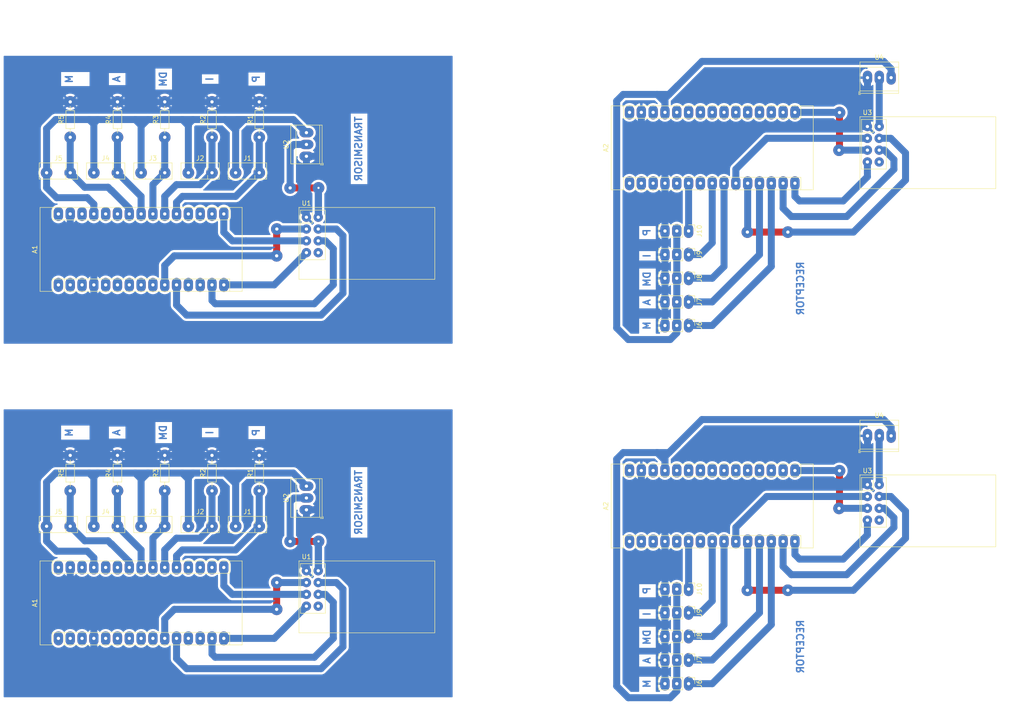
<source format=kicad_pcb>
(kicad_pcb (version 20171130) (host pcbnew "(5.1.9)-1")
  (layers (0 F.Cu signal) (31 B.Cu signal) (34 B.Paste user) (35 F.Paste user) (36 B.SilkS user) (37 F.SilkS user) (38 B.Mask user) (39 F.Mask user) (44 Edge.Cuts user))
  (net 0 "")
  (net 1 "Net-(A1-Pad1)")
  (net 2 "Net-(A1-Pad17)")
  (net 3 "Net-(A1-Pad2)")
  (net 4 "Net-(A1-Pad18)")
  (net 5 "Net-(A1-Pad3)")
  (net 6 "Net-(A1-Pad19)")
  (net 7 "Net-(A1-Pad29)")
  (net 8 "Net-(A1-Pad20)")
  (net 9 "Net-(A1-Pad5)")
  (net 10 "Net-(A1-Pad21)")
  (net 11 "Net-(A1-Pad6)")
  (net 12 "Net-(A1-Pad22)")
  (net 13 "Net-(A1-Pad7)")
  (net 14 "Net-(A1-Pad23)")
  (net 15 "Net-(A1-Pad8)")
  (net 16 "Net-(A1-Pad24)")
  (net 17 "Net-(A1-Pad9)")
  (net 18 "Net-(A1-Pad25)")
  (net 19 "Net-(A1-Pad10)")
  (net 20 "Net-(A1-Pad26)")
  (net 21 "Net-(A1-Pad11)")
  (net 22 "Net-(A1-Pad27)")
  (net 23 "Net-(A1-Pad12)")
  (net 24 "Net-(A1-Pad28)")
  (net 25 "Net-(A1-Pad13)")
  (net 26 "Net-(A1-Pad14)")
  (net 27 "Net-(A1-Pad30)")
  (net 28 "Net-(A1-Pad15)")
  (net 29 "Net-(A1-Pad16)")
  (net 30 "Net-(A2-Pad16)")
  (net 31 "Net-(A2-Pad15)")
  (net 32 "Net-(A2-Pad30)")
  (net 33 "Net-(A2-Pad14)")
  (net 34 "Net-(A2-Pad29)")
  (net 35 "Net-(A2-Pad13)")
  (net 36 "Net-(A2-Pad28)")
  (net 37 "Net-(A2-Pad12)")
  (net 38 "Net-(A2-Pad27)")
  (net 39 "Net-(A2-Pad11)")
  (net 40 "Net-(A2-Pad26)")
  (net 41 "Net-(A2-Pad10)")
  (net 42 "Net-(A2-Pad25)")
  (net 43 "Net-(A2-Pad9)")
  (net 44 "Net-(A2-Pad24)")
  (net 45 "Net-(A2-Pad8)")
  (net 46 "Net-(A2-Pad23)")
  (net 47 "Net-(A2-Pad7)")
  (net 48 "Net-(A2-Pad22)")
  (net 49 "Net-(A2-Pad6)")
  (net 50 "Net-(A2-Pad21)")
  (net 51 "Net-(A2-Pad5)")
  (net 52 "Net-(A2-Pad20)")
  (net 53 "Net-(A2-Pad19)")
  (net 54 "Net-(A2-Pad3)")
  (net 55 "Net-(A2-Pad18)")
  (net 56 "Net-(A2-Pad2)")
  (net 57 "Net-(A2-Pad17)")
  (net 58 "Net-(A2-Pad1)")
  (net 59 "Net-(U1-Pad8)")
  (net 60 "Net-(U1-Pad2)")
  (net 61 "Net-(U3-Pad2)")
  (net 62 "Net-(U3-Pad8)")
  (module TerminalBlock_TE-Connectivity:TerminalBlock_TE_282834-3_1x03_P2.54mm_Horizontal (layer F.Cu) (at 220.42 111.7)
    (fp_text reference U4 (at 2.54 -4.37) (layer F.SilkS))
    (fp_text value LM1117-3.3)
    (pad 3 thru_hole oval (at 5.08 0) (size 2 3) (drill 0.7) (layers *.Cu *.Mask) (net 38 "Net-(A2-Pad27)"))
    (pad 2 thru_hole oval (at 2.54 0) (size 2 3) (drill 0.7) (layers *.Cu *.Mask) (net 61 "Net-(U3-Pad2)"))
    (pad 1 thru_hole oval (at 0 0) (size 2 3) (drill 0.7) (layers *.Cu *.Mask) (net 34 "Net-(A2-Pad29)"))
  )
  (module Connector_PinHeader_2.54mm:PinHeader_1x03_P2.54mm_Vertical (layer F.Cu) (at 181.96 144.66 270)
    (fp_text reference J10 (at 0 -2.33 90) (layer F.SilkS))
    (fp_text value pulgars)
    (pad 3 thru_hole oval (at 0 5.08 270) (size 3 2) (drill 0.7) (layers *.Cu *.Mask) (net 34 "Net-(A2-Pad29)"))
    (pad 2 thru_hole oval (at 0 2.54 270) (size 3 2) (drill 0.7) (layers *.Cu *.Mask) (net 38 "Net-(A2-Pad27)"))
    (pad 1 thru_hole oval (at 0 0 270) (size 3 2) (drill 0.7) (layers *.Cu *.Mask) (net 49 "Net-(A2-Pad6)"))
  )
  (module RF_Module:nRF24L01_Breakout (layer F.Cu) (at 220.4 122.2)
    (fp_text reference U3 (at 0 -3) (layer F.SilkS))
    (fp_text value NRF24L01_Breakout)
    (pad 8 thru_hole circle (at 2.54 7.62) (size 2 2) (drill 0.7) (layers *.Cu *.Mask) (net 62 "Net-(U3-Pad8)"))
    (pad 7 thru_hole circle (at 0 7.62) (size 2 2) (drill 0.7) (layers *.Cu *.Mask) (net 31 "Net-(A2-Pad15)"))
    (pad 6 thru_hole circle (at 2.54 5.08) (size 2 2) (drill 0.7) (layers *.Cu *.Mask) (net 33 "Net-(A2-Pad14)"))
    (pad 5 thru_hole circle (at 0 5.08) (size 2 2) (drill 0.7) (layers *.Cu *.Mask) (net 30 "Net-(A2-Pad16)"))
    (pad 4 thru_hole circle (at 2.54 2.54) (size 2 2) (drill 0.7) (layers *.Cu *.Mask) (net 39 "Net-(A2-Pad11)"))
    (pad 3 thru_hole circle (at 0 2.54) (size 2 2) (drill 0.7) (layers *.Cu *.Mask) (net 41 "Net-(A2-Pad10)"))
    (pad 2 thru_hole circle (at 2.54 0) (size 2 2) (drill 0.7) (layers *.Cu *.Mask) (net 61 "Net-(U3-Pad2)"))
    (pad 1 thru_hole circle (at 0 0) (size 2 2) (drill 0.7) (layers *.Cu *.Mask) (net 34 "Net-(A2-Pad29)"))
  )
  (module Connector_PinHeader_2.54mm:PinHeader_1x03_P2.54mm_Vertical (layer F.Cu) (at 181.96 154.82 270)
    (fp_text reference J8 (at 0 -2.33 90) (layer F.SilkS))
    (fp_text value medios)
    (pad 3 thru_hole oval (at 0 5.08 270) (size 3 2) (drill 0.7) (layers *.Cu *.Mask) (net 34 "Net-(A2-Pad29)"))
    (pad 2 thru_hole oval (at 0 2.54 270) (size 3 2) (drill 0.7) (layers *.Cu *.Mask) (net 38 "Net-(A2-Pad27)"))
    (pad 1 thru_hole oval (at 0 0 270) (size 3 2) (drill 0.7) (layers *.Cu *.Mask) (net 43 "Net-(A2-Pad9)"))
  )
  (module Connector_PinHeader_2.54mm:PinHeader_1x03_P2.54mm_Vertical (layer F.Cu) (at 181.96 159.9 270)
    (fp_text reference J7 (at 0 -2.33 90) (layer F.SilkS))
    (fp_text value anulars)
    (pad 1 thru_hole oval (at 0 0 270) (size 3 2) (drill 0.7) (layers *.Cu *.Mask) (net 37 "Net-(A2-Pad12)"))
    (pad 2 thru_hole oval (at 0 2.54 270) (size 3 2) (drill 0.7) (layers *.Cu *.Mask) (net 38 "Net-(A2-Pad27)"))
    (pad 3 thru_hole oval (at 0 5.08 270) (size 3 2) (drill 0.7) (layers *.Cu *.Mask) (net 34 "Net-(A2-Pad29)"))
  )
  (module Module:Arduino_Nano (layer F.Cu) (at 169.26 134.4 90)
    (fp_text reference A2 (at 7.62 -5.08 90) (layer F.SilkS))
    (fp_text value Arduino_Nano_v3.x)
    (pad 1 thru_hole oval (at 0 0 90) (size 3 2) (drill 0.7) (layers *.Cu *.Mask) (net 58 "Net-(A2-Pad1)"))
    (pad 17 thru_hole oval (at 15.24 33.02 90) (size 3 2) (drill 0.7) (layers *.Cu *.Mask) (net 57 "Net-(A2-Pad17)"))
    (pad 2 thru_hole oval (at 0 2.54 90) (size 3 2) (drill 0.7) (layers *.Cu *.Mask) (net 56 "Net-(A2-Pad2)"))
    (pad 18 thru_hole oval (at 15.24 30.48 90) (size 3 2) (drill 0.7) (layers *.Cu *.Mask) (net 55 "Net-(A2-Pad18)"))
    (pad 3 thru_hole oval (at 0 5.08 90) (size 3 2) (drill 0.7) (layers *.Cu *.Mask) (net 54 "Net-(A2-Pad3)"))
    (pad 19 thru_hole oval (at 15.24 27.94 90) (size 3 2) (drill 0.7) (layers *.Cu *.Mask) (net 53 "Net-(A2-Pad19)"))
    (pad 4 thru_hole oval (at 0 7.62 90) (size 3 2) (drill 0.7) (layers *.Cu *.Mask) (net 34 "Net-(A2-Pad29)"))
    (pad 20 thru_hole oval (at 15.24 25.4 90) (size 3 2) (drill 0.7) (layers *.Cu *.Mask) (net 52 "Net-(A2-Pad20)"))
    (pad 5 thru_hole oval (at 0 10.16 90) (size 3 2) (drill 0.7) (layers *.Cu *.Mask) (net 51 "Net-(A2-Pad5)"))
    (pad 21 thru_hole oval (at 15.24 22.86 90) (size 3 2) (drill 0.7) (layers *.Cu *.Mask) (net 50 "Net-(A2-Pad21)"))
    (pad 6 thru_hole oval (at 0 12.7 90) (size 3 2) (drill 0.7) (layers *.Cu *.Mask) (net 49 "Net-(A2-Pad6)"))
    (pad 22 thru_hole oval (at 15.24 20.32 90) (size 3 2) (drill 0.7) (layers *.Cu *.Mask) (net 48 "Net-(A2-Pad22)"))
    (pad 7 thru_hole oval (at 0 15.24 90) (size 3 2) (drill 0.7) (layers *.Cu *.Mask) (net 47 "Net-(A2-Pad7)"))
    (pad 23 thru_hole oval (at 15.24 17.78 90) (size 3 2) (drill 0.7) (layers *.Cu *.Mask) (net 46 "Net-(A2-Pad23)"))
    (pad 8 thru_hole oval (at 0 17.78 90) (size 3 2) (drill 0.7) (layers *.Cu *.Mask) (net 45 "Net-(A2-Pad8)"))
    (pad 24 thru_hole oval (at 15.24 15.24 90) (size 3 2) (drill 0.7) (layers *.Cu *.Mask) (net 44 "Net-(A2-Pad24)"))
    (pad 9 thru_hole oval (at 0 20.32 90) (size 3 2) (drill 0.7) (layers *.Cu *.Mask) (net 43 "Net-(A2-Pad9)"))
    (pad 25 thru_hole oval (at 15.24 12.7 90) (size 3 2) (drill 0.7) (layers *.Cu *.Mask) (net 42 "Net-(A2-Pad25)"))
    (pad 10 thru_hole oval (at 0 22.86 90) (size 3 2) (drill 0.7) (layers *.Cu *.Mask) (net 41 "Net-(A2-Pad10)"))
    (pad 26 thru_hole oval (at 15.24 10.16 90) (size 3 2) (drill 0.7) (layers *.Cu *.Mask) (net 40 "Net-(A2-Pad26)"))
    (pad 11 thru_hole oval (at 0 25.4 90) (size 3 2) (drill 0.7) (layers *.Cu *.Mask) (net 39 "Net-(A2-Pad11)"))
    (pad 27 thru_hole oval (at 15.24 7.62 90) (size 3 2) (drill 0.7) (layers *.Cu *.Mask) (net 38 "Net-(A2-Pad27)"))
    (pad 12 thru_hole oval (at 0 27.94 90) (size 3 2) (drill 0.7) (layers *.Cu *.Mask) (net 37 "Net-(A2-Pad12)"))
    (pad 28 thru_hole oval (at 15.24 5.08 90) (size 3 2) (drill 0.7) (layers *.Cu *.Mask) (net 36 "Net-(A2-Pad28)"))
    (pad 13 thru_hole oval (at 0 30.48 90) (size 3 2) (drill 0.7) (layers *.Cu *.Mask) (net 35 "Net-(A2-Pad13)"))
    (pad 29 thru_hole oval (at 15.24 2.54 90) (size 3 2) (drill 0.7) (layers *.Cu *.Mask) (net 34 "Net-(A2-Pad29)"))
    (pad 14 thru_hole oval (at 0 33.02 90) (size 3 2) (drill 0.7) (layers *.Cu *.Mask) (net 33 "Net-(A2-Pad14)"))
    (pad 30 thru_hole oval (at 15.24 0 90) (size 3 2) (drill 0.7) (layers *.Cu *.Mask) (net 32 "Net-(A2-Pad30)"))
    (pad 15 thru_hole oval (at 0 35.56 90) (size 3 2) (drill 0.7) (layers *.Cu *.Mask) (net 31 "Net-(A2-Pad15)"))
    (pad 16 thru_hole oval (at 15.24 35.56 90) (size 3 2) (drill 0.7) (layers *.Cu *.Mask) (net 30 "Net-(A2-Pad16)"))
  )
  (module Connector_PinHeader_2.54mm:PinHeader_1x03_P2.54mm_Vertical (layer F.Cu) (at 181.96 149.74 270)
    (fp_text reference J9 (at 0 -2.33 90) (layer F.SilkS))
    (fp_text value indices)
    (pad 1 thru_hole oval (at 0 0 270) (size 3 2) (drill 0.7) (layers *.Cu *.Mask) (net 45 "Net-(A2-Pad8)"))
    (pad 2 thru_hole oval (at 0 2.54 270) (size 3 2) (drill 0.7) (layers *.Cu *.Mask) (net 38 "Net-(A2-Pad27)"))
    (pad 3 thru_hole oval (at 0 5.08 270) (size 3 2) (drill 0.7) (layers *.Cu *.Mask) (net 34 "Net-(A2-Pad29)"))
  )
  (module Connector_PinHeader_2.54mm:PinHeader_1x03_P2.54mm_Vertical (layer F.Cu) (at 181.96 164.98 270)
    (fp_text reference J6 (at 0 -2.33 90) (layer F.SilkS))
    (fp_text value meniques)
    (pad 3 thru_hole oval (at 0 5.08 270) (size 3 2) (drill 0.7) (layers *.Cu *.Mask) (net 34 "Net-(A2-Pad29)"))
    (pad 2 thru_hole oval (at 0 2.54 270) (size 3 2) (drill 0.7) (layers *.Cu *.Mask) (net 38 "Net-(A2-Pad27)"))
    (pad 1 thru_hole oval (at 0 0 270) (size 3 2) (drill 0.7) (layers *.Cu *.Mask) (net 35 "Net-(A2-Pad13)"))
  )
  (module Resistor_THT:R_Axial_DIN0204_L3.6mm_D1.6mm_P7.62mm_Horizontal (layer F.Cu) (at 49.02 123.52 90)
    (fp_text reference R5 (at 3.81 -1.92 90) (layer F.SilkS))
    (fp_text value R)
    (pad 1 thru_hole circle (at 0 0 90) (size 2.5 2.5) (drill 0.7) (layers *.Cu *.Mask) (net 16 "Net-(A1-Pad24)"))
    (pad 2 thru_hole circle (at 7.62 0 90) (size 2.5 2.5) (drill 0.7) (layers *.Cu *.Mask) (net 7 "Net-(A1-Pad29)"))
  )
  (module Resistor_THT:R_Axial_DIN0204_L3.6mm_D1.6mm_P7.62mm_Horizontal (layer F.Cu) (at 59.18 123.52 90)
    (fp_text reference R4 (at 3.81 -1.92 90) (layer F.SilkS))
    (fp_text value R)
    (pad 2 thru_hole circle (at 7.62 0 90) (size 2.5 2.5) (drill 0.7) (layers *.Cu *.Mask) (net 7 "Net-(A1-Pad29)"))
    (pad 1 thru_hole circle (at 0 0 90) (size 2.5 2.5) (drill 0.7) (layers *.Cu *.Mask) (net 14 "Net-(A1-Pad23)"))
  )
  (module TerminalBlock_TE-Connectivity:TerminalBlock_TE_282834-3_1x03_P2.54mm_Horizontal (layer F.Cu) (at 99.8 127.6 90)
    (fp_text reference U2 (at 2.54 -4.37 90) (layer F.SilkS))
    (fp_text value LM1117-3.3)
    (pad 1 thru_hole oval (at 0 0 90) (size 2 3) (drill 0.7) (layers *.Cu *.Mask) (net 7 "Net-(A1-Pad29)"))
    (pad 2 thru_hole oval (at 2.54 0 90) (size 2 3) (drill 0.7) (layers *.Cu *.Mask) (net 60 "Net-(U1-Pad2)"))
    (pad 3 thru_hole oval (at 5.08 0 90) (size 2 3) (drill 0.7) (layers *.Cu *.Mask) (net 22 "Net-(A1-Pad27)"))
  )
  (module Resistor_THT:R_Axial_DIN0204_L3.6mm_D1.6mm_P7.62mm_Horizontal (layer F.Cu) (at 79.5 123.52 90)
    (fp_text reference R2 (at 3.81 -1.92 90) (layer F.SilkS))
    (fp_text value R)
    (pad 2 thru_hole circle (at 7.62 0 90) (size 2.5 2.5) (drill 0.7) (layers *.Cu *.Mask) (net 7 "Net-(A1-Pad29)"))
    (pad 1 thru_hole circle (at 0 0 90) (size 2.5 2.5) (drill 0.7) (layers *.Cu *.Mask) (net 10 "Net-(A1-Pad21)"))
  )
  (module RF_Module:nRF24L01_Breakout (layer F.Cu) (at 99.8 140.7)
    (fp_text reference U1 (at 0 -3) (layer F.SilkS))
    (fp_text value NRF24L01_Breakout)
    (pad 1 thru_hole circle (at 0 0) (size 2 2) (drill 0.7) (layers *.Cu *.Mask) (net 7 "Net-(A1-Pad29)"))
    (pad 2 thru_hole circle (at 2.54 0) (size 2 2) (drill 0.7) (layers *.Cu *.Mask) (net 60 "Net-(U1-Pad2)"))
    (pad 3 thru_hole circle (at 0 2.54) (size 2 2) (drill 0.7) (layers *.Cu *.Mask) (net 19 "Net-(A1-Pad10)"))
    (pad 4 thru_hole circle (at 2.54 2.54) (size 2 2) (drill 0.7) (layers *.Cu *.Mask) (net 21 "Net-(A1-Pad11)"))
    (pad 5 thru_hole circle (at 0 5.08) (size 2 2) (drill 0.7) (layers *.Cu *.Mask) (net 29 "Net-(A1-Pad16)"))
    (pad 6 thru_hole circle (at 2.54 5.08) (size 2 2) (drill 0.7) (layers *.Cu *.Mask) (net 26 "Net-(A1-Pad14)"))
    (pad 7 thru_hole circle (at 0 7.62) (size 2 2) (drill 0.7) (layers *.Cu *.Mask) (net 28 "Net-(A1-Pad15)"))
    (pad 8 thru_hole circle (at 2.54 7.62) (size 2 2) (drill 0.7) (layers *.Cu *.Mask) (net 59 "Net-(U1-Pad8)"))
  )
  (module Resistor_THT:R_Axial_DIN0204_L3.6mm_D1.6mm_P7.62mm_Horizontal (layer F.Cu) (at 69.34 123.52 90)
    (fp_text reference R3 (at 3.81 -1.92 90) (layer F.SilkS))
    (fp_text value R)
    (pad 2 thru_hole circle (at 7.62 0 90) (size 2.5 2.5) (drill 0.7) (layers *.Cu *.Mask) (net 7 "Net-(A1-Pad29)"))
    (pad 1 thru_hole circle (at 0 0 90) (size 2.5 2.5) (drill 0.7) (layers *.Cu *.Mask) (net 12 "Net-(A1-Pad22)"))
  )
  (module Resistor_THT:R_Axial_DIN0204_L3.6mm_D1.6mm_P7.62mm_Horizontal (layer F.Cu) (at 89.66 123.52 90)
    (fp_text reference R1 (at 3.81 -1.92 90) (layer F.SilkS))
    (fp_text value R)
    (pad 1 thru_hole circle (at 0 0 90) (size 2.5 2.5) (drill 0.7) (layers *.Cu *.Mask) (net 8 "Net-(A1-Pad20)"))
    (pad 2 thru_hole circle (at 7.62 0 90) (size 2.5 2.5) (drill 0.7) (layers *.Cu *.Mask) (net 7 "Net-(A1-Pad29)"))
  )
  (module Package_TO_SOT_THT:TO-126-2_Vertical (layer F.Cu) (at 43.94 131.14)
    (fp_text reference J5 (at 2.54 -3.12) (layer F.SilkS))
    (fp_text value menique)
    (pad 1 thru_hole circle (at 0 0) (size 2.5 2.5) (drill 0.7) (layers *.Cu *.Mask) (net 22 "Net-(A1-Pad27)"))
    (pad 2 thru_hole circle (at 5.08 0) (size 2.5 2.5) (drill 0.7) (layers *.Cu *.Mask) (net 16 "Net-(A1-Pad24)"))
  )
  (module Package_TO_SOT_THT:TO-126-2_Vertical (layer F.Cu) (at 54.1 131.14)
    (fp_text reference J4 (at 2.54 -3.12) (layer F.SilkS))
    (fp_text value anular)
    (pad 2 thru_hole circle (at 5.08 0) (size 2.5 2.5) (drill 0.7) (layers *.Cu *.Mask) (net 14 "Net-(A1-Pad23)"))
    (pad 1 thru_hole circle (at 0 0) (size 2.5 2.5) (drill 0.7) (layers *.Cu *.Mask) (net 22 "Net-(A1-Pad27)"))
  )
  (module Package_TO_SOT_THT:TO-126-2_Vertical (layer F.Cu) (at 64.26 131.14)
    (fp_text reference J3 (at 2.54 -3.12) (layer F.SilkS))
    (fp_text value medio)
    (pad 1 thru_hole circle (at 0 0) (size 2.5 2.5) (drill 0.7) (layers *.Cu *.Mask) (net 22 "Net-(A1-Pad27)"))
    (pad 2 thru_hole circle (at 5.08 0) (size 2.5 2.5) (drill 0.7) (layers *.Cu *.Mask) (net 12 "Net-(A1-Pad22)"))
  )
  (module Package_TO_SOT_THT:TO-126-2_Vertical (layer F.Cu) (at 74.42 131.14)
    (fp_text reference J2 (at 2.54 -3.12) (layer F.SilkS))
    (fp_text value indice)
    (pad 2 thru_hole circle (at 5.08 0) (size 2.5 2.5) (drill 0.7) (layers *.Cu *.Mask) (net 10 "Net-(A1-Pad21)"))
    (pad 1 thru_hole circle (at 0 0) (size 2.5 2.5) (drill 0.7) (layers *.Cu *.Mask) (net 22 "Net-(A1-Pad27)"))
  )
  (module Package_TO_SOT_THT:TO-126-2_Vertical (layer F.Cu) (at 84.58 131.14)
    (fp_text reference J1 (at 2.54 -3.12) (layer F.SilkS))
    (fp_text value pulgar)
    (pad 2 thru_hole circle (at 5.08 0) (size 2.5 2.5) (drill 0.7) (layers *.Cu *.Mask) (net 8 "Net-(A1-Pad20)"))
    (pad 1 thru_hole circle (at 0 0) (size 2.5 2.5) (drill 0.7) (layers *.Cu *.Mask) (net 22 "Net-(A1-Pad27)"))
  )
  (module Module:Arduino_Nano (layer F.Cu) (at 46.48 155.24 90)
    (fp_text reference A1 (at 7.62 -5.08 90) (layer F.SilkS))
    (fp_text value Arduino_Nano_v3.x)
    (pad 16 thru_hole oval (at 15.24 35.56 90) (size 3 2) (drill 0.7) (layers *.Cu *.Mask) (net 29 "Net-(A1-Pad16)"))
    (pad 15 thru_hole oval (at 0 35.56 90) (size 3 2) (drill 0.7) (layers *.Cu *.Mask) (net 28 "Net-(A1-Pad15)"))
    (pad 30 thru_hole oval (at 15.24 0 90) (size 3 2) (drill 0.7) (layers *.Cu *.Mask) (net 27 "Net-(A1-Pad30)"))
    (pad 14 thru_hole oval (at 0 33.02 90) (size 3 2) (drill 0.7) (layers *.Cu *.Mask) (net 26 "Net-(A1-Pad14)"))
    (pad 29 thru_hole oval (at 15.24 2.54 90) (size 3 2) (drill 0.7) (layers *.Cu *.Mask) (net 7 "Net-(A1-Pad29)"))
    (pad 13 thru_hole oval (at 0 30.48 90) (size 3 2) (drill 0.7) (layers *.Cu *.Mask) (net 25 "Net-(A1-Pad13)"))
    (pad 28 thru_hole oval (at 15.24 5.08 90) (size 3 2) (drill 0.7) (layers *.Cu *.Mask) (net 24 "Net-(A1-Pad28)"))
    (pad 12 thru_hole oval (at 0 27.94 90) (size 3 2) (drill 0.7) (layers *.Cu *.Mask) (net 23 "Net-(A1-Pad12)"))
    (pad 27 thru_hole oval (at 15.24 7.62 90) (size 3 2) (drill 0.7) (layers *.Cu *.Mask) (net 22 "Net-(A1-Pad27)"))
    (pad 11 thru_hole oval (at 0 25.4 90) (size 3 2) (drill 0.7) (layers *.Cu *.Mask) (net 21 "Net-(A1-Pad11)"))
    (pad 26 thru_hole oval (at 15.24 10.16 90) (size 3 2) (drill 0.7) (layers *.Cu *.Mask) (net 20 "Net-(A1-Pad26)"))
    (pad 10 thru_hole oval (at 0 22.86 90) (size 3 2) (drill 0.7) (layers *.Cu *.Mask) (net 19 "Net-(A1-Pad10)"))
    (pad 25 thru_hole oval (at 15.24 12.7 90) (size 3 2) (drill 0.7) (layers *.Cu *.Mask) (net 18 "Net-(A1-Pad25)"))
    (pad 9 thru_hole oval (at 0 20.32 90) (size 3 2) (drill 0.7) (layers *.Cu *.Mask) (net 17 "Net-(A1-Pad9)"))
    (pad 24 thru_hole oval (at 15.24 15.24 90) (size 3 2) (drill 0.7) (layers *.Cu *.Mask) (net 16 "Net-(A1-Pad24)"))
    (pad 8 thru_hole oval (at 0 17.78 90) (size 3 2) (drill 0.7) (layers *.Cu *.Mask) (net 15 "Net-(A1-Pad8)"))
    (pad 23 thru_hole oval (at 15.24 17.78 90) (size 3 2) (drill 0.7) (layers *.Cu *.Mask) (net 14 "Net-(A1-Pad23)"))
    (pad 7 thru_hole oval (at 0 15.24 90) (size 3 2) (drill 0.7) (layers *.Cu *.Mask) (net 13 "Net-(A1-Pad7)"))
    (pad 22 thru_hole oval (at 15.24 20.32 90) (size 3 2) (drill 0.7) (layers *.Cu *.Mask) (net 12 "Net-(A1-Pad22)"))
    (pad 6 thru_hole oval (at 0 12.7 90) (size 3 2) (drill 0.7) (layers *.Cu *.Mask) (net 11 "Net-(A1-Pad6)"))
    (pad 21 thru_hole oval (at 15.24 22.86 90) (size 3 2) (drill 0.7) (layers *.Cu *.Mask) (net 10 "Net-(A1-Pad21)"))
    (pad 5 thru_hole oval (at 0 10.16 90) (size 3 2) (drill 0.7) (layers *.Cu *.Mask) (net 9 "Net-(A1-Pad5)"))
    (pad 20 thru_hole oval (at 15.24 25.4 90) (size 3 2) (drill 0.7) (layers *.Cu *.Mask) (net 8 "Net-(A1-Pad20)"))
    (pad 4 thru_hole oval (at 0 7.62 90) (size 3 2) (drill 0.7) (layers *.Cu *.Mask) (net 7 "Net-(A1-Pad29)"))
    (pad 19 thru_hole oval (at 15.24 27.94 90) (size 3 2) (drill 0.7) (layers *.Cu *.Mask) (net 6 "Net-(A1-Pad19)"))
    (pad 3 thru_hole oval (at 0 5.08 90) (size 3 2) (drill 0.7) (layers *.Cu *.Mask) (net 5 "Net-(A1-Pad3)"))
    (pad 18 thru_hole oval (at 15.24 30.48 90) (size 3 2) (drill 0.7) (layers *.Cu *.Mask) (net 4 "Net-(A1-Pad18)"))
    (pad 2 thru_hole oval (at 0 2.54 90) (size 3 2) (drill 0.7) (layers *.Cu *.Mask) (net 3 "Net-(A1-Pad2)"))
    (pad 17 thru_hole oval (at 15.24 33.02 90) (size 3 2) (drill 0.7) (layers *.Cu *.Mask) (net 2 "Net-(A1-Pad17)"))
    (pad 1 thru_hole oval (at 0 0 90) (size 3 2) (drill 0.7) (layers *.Cu *.Mask) (net 1 "Net-(A1-Pad1)"))
  )
  (module RF_Module:nRF24L01_Breakout (layer F.Cu) (at 220.4 45.2)
    (fp_text reference U3 (at 0 -3) (layer F.SilkS))
    (fp_text value NRF24L01_Breakout)
    (pad 1 thru_hole circle (at 0 0) (size 2 2) (drill 0.7) (layers *.Cu *.Mask) (net 34 "Net-(A2-Pad29)"))
    (pad 2 thru_hole circle (at 2.54 0) (size 2 2) (drill 0.7) (layers *.Cu *.Mask) (net 61 "Net-(U3-Pad2)"))
    (pad 3 thru_hole circle (at 0 2.54) (size 2 2) (drill 0.7) (layers *.Cu *.Mask) (net 41 "Net-(A2-Pad10)"))
    (pad 4 thru_hole circle (at 2.54 2.54) (size 2 2) (drill 0.7) (layers *.Cu *.Mask) (net 39 "Net-(A2-Pad11)"))
    (pad 5 thru_hole circle (at 0 5.08) (size 2 2) (drill 0.7) (layers *.Cu *.Mask) (net 30 "Net-(A2-Pad16)"))
    (pad 6 thru_hole circle (at 2.54 5.08) (size 2 2) (drill 0.7) (layers *.Cu *.Mask) (net 33 "Net-(A2-Pad14)"))
    (pad 7 thru_hole circle (at 0 7.62) (size 2 2) (drill 0.7) (layers *.Cu *.Mask) (net 31 "Net-(A2-Pad15)"))
    (pad 8 thru_hole circle (at 2.54 7.62) (size 2 2) (drill 0.7) (layers *.Cu *.Mask) (net 62 "Net-(U3-Pad8)"))
  )
  (module Module:Arduino_Nano (layer F.Cu) (at 46.48 79.24 90)
    (fp_text reference A1 (at 7.62 -5.08 90) (layer F.SilkS))
    (fp_text value Arduino_Nano_v3.x)
    (pad 1 thru_hole oval (at 0 0 90) (size 3 2) (drill 0.7) (layers *.Cu *.Mask) (net 1 "Net-(A1-Pad1)"))
    (pad 17 thru_hole oval (at 15.24 33.02 90) (size 3 2) (drill 0.7) (layers *.Cu *.Mask) (net 2 "Net-(A1-Pad17)"))
    (pad 2 thru_hole oval (at 0 2.54 90) (size 3 2) (drill 0.7) (layers *.Cu *.Mask) (net 3 "Net-(A1-Pad2)"))
    (pad 18 thru_hole oval (at 15.24 30.48 90) (size 3 2) (drill 0.7) (layers *.Cu *.Mask) (net 4 "Net-(A1-Pad18)"))
    (pad 3 thru_hole oval (at 0 5.08 90) (size 3 2) (drill 0.7) (layers *.Cu *.Mask) (net 5 "Net-(A1-Pad3)"))
    (pad 19 thru_hole oval (at 15.24 27.94 90) (size 3 2) (drill 0.7) (layers *.Cu *.Mask) (net 6 "Net-(A1-Pad19)"))
    (pad 4 thru_hole oval (at 0 7.62 90) (size 3 2) (drill 0.7) (layers *.Cu *.Mask) (net 7 "Net-(A1-Pad29)"))
    (pad 20 thru_hole oval (at 15.24 25.4 90) (size 3 2) (drill 0.7) (layers *.Cu *.Mask) (net 8 "Net-(A1-Pad20)"))
    (pad 5 thru_hole oval (at 0 10.16 90) (size 3 2) (drill 0.7) (layers *.Cu *.Mask) (net 9 "Net-(A1-Pad5)"))
    (pad 21 thru_hole oval (at 15.24 22.86 90) (size 3 2) (drill 0.7) (layers *.Cu *.Mask) (net 10 "Net-(A1-Pad21)"))
    (pad 6 thru_hole oval (at 0 12.7 90) (size 3 2) (drill 0.7) (layers *.Cu *.Mask) (net 11 "Net-(A1-Pad6)"))
    (pad 22 thru_hole oval (at 15.24 20.32 90) (size 3 2) (drill 0.7) (layers *.Cu *.Mask) (net 12 "Net-(A1-Pad22)"))
    (pad 7 thru_hole oval (at 0 15.24 90) (size 3 2) (drill 0.7) (layers *.Cu *.Mask) (net 13 "Net-(A1-Pad7)"))
    (pad 23 thru_hole oval (at 15.24 17.78 90) (size 3 2) (drill 0.7) (layers *.Cu *.Mask) (net 14 "Net-(A1-Pad23)"))
    (pad 8 thru_hole oval (at 0 17.78 90) (size 3 2) (drill 0.7) (layers *.Cu *.Mask) (net 15 "Net-(A1-Pad8)"))
    (pad 24 thru_hole oval (at 15.24 15.24 90) (size 3 2) (drill 0.7) (layers *.Cu *.Mask) (net 16 "Net-(A1-Pad24)"))
    (pad 9 thru_hole oval (at 0 20.32 90) (size 3 2) (drill 0.7) (layers *.Cu *.Mask) (net 17 "Net-(A1-Pad9)"))
    (pad 25 thru_hole oval (at 15.24 12.7 90) (size 3 2) (drill 0.7) (layers *.Cu *.Mask) (net 18 "Net-(A1-Pad25)"))
    (pad 10 thru_hole oval (at 0 22.86 90) (size 3 2) (drill 0.7) (layers *.Cu *.Mask) (net 19 "Net-(A1-Pad10)"))
    (pad 26 thru_hole oval (at 15.24 10.16 90) (size 3 2) (drill 0.7) (layers *.Cu *.Mask) (net 20 "Net-(A1-Pad26)"))
    (pad 11 thru_hole oval (at 0 25.4 90) (size 3 2) (drill 0.7) (layers *.Cu *.Mask) (net 21 "Net-(A1-Pad11)"))
    (pad 27 thru_hole oval (at 15.24 7.62 90) (size 3 2) (drill 0.7) (layers *.Cu *.Mask) (net 22 "Net-(A1-Pad27)"))
    (pad 12 thru_hole oval (at 0 27.94 90) (size 3 2) (drill 0.7) (layers *.Cu *.Mask) (net 23 "Net-(A1-Pad12)"))
    (pad 28 thru_hole oval (at 15.24 5.08 90) (size 3 2) (drill 0.7) (layers *.Cu *.Mask) (net 24 "Net-(A1-Pad28)"))
    (pad 13 thru_hole oval (at 0 30.48 90) (size 3 2) (drill 0.7) (layers *.Cu *.Mask) (net 25 "Net-(A1-Pad13)"))
    (pad 29 thru_hole oval (at 15.24 2.54 90) (size 3 2) (drill 0.7) (layers *.Cu *.Mask) (net 7 "Net-(A1-Pad29)"))
    (pad 14 thru_hole oval (at 0 33.02 90) (size 3 2) (drill 0.7) (layers *.Cu *.Mask) (net 26 "Net-(A1-Pad14)"))
    (pad 30 thru_hole oval (at 15.24 0 90) (size 3 2) (drill 0.7) (layers *.Cu *.Mask) (net 27 "Net-(A1-Pad30)"))
    (pad 15 thru_hole oval (at 0 35.56 90) (size 3 2) (drill 0.7) (layers *.Cu *.Mask) (net 28 "Net-(A1-Pad15)"))
    (pad 16 thru_hole oval (at 15.24 35.56 90) (size 3 2) (drill 0.7) (layers *.Cu *.Mask) (net 29 "Net-(A1-Pad16)"))
  )
  (module Module:Arduino_Nano (layer F.Cu) (at 169.26 57.4 90)
    (fp_text reference A2 (at 7.62 -5.08 90) (layer F.SilkS))
    (fp_text value Arduino_Nano_v3.x)
    (pad 16 thru_hole oval (at 15.24 35.56 90) (size 3 2) (drill 0.7) (layers *.Cu *.Mask) (net 30 "Net-(A2-Pad16)"))
    (pad 15 thru_hole oval (at 0 35.56 90) (size 3 2) (drill 0.7) (layers *.Cu *.Mask) (net 31 "Net-(A2-Pad15)"))
    (pad 30 thru_hole oval (at 15.24 0 90) (size 3 2) (drill 0.7) (layers *.Cu *.Mask) (net 32 "Net-(A2-Pad30)"))
    (pad 14 thru_hole oval (at 0 33.02 90) (size 3 2) (drill 0.7) (layers *.Cu *.Mask) (net 33 "Net-(A2-Pad14)"))
    (pad 29 thru_hole oval (at 15.24 2.54 90) (size 3 2) (drill 0.7) (layers *.Cu *.Mask) (net 34 "Net-(A2-Pad29)"))
    (pad 13 thru_hole oval (at 0 30.48 90) (size 3 2) (drill 0.7) (layers *.Cu *.Mask) (net 35 "Net-(A2-Pad13)"))
    (pad 28 thru_hole oval (at 15.24 5.08 90) (size 3 2) (drill 0.7) (layers *.Cu *.Mask) (net 36 "Net-(A2-Pad28)"))
    (pad 12 thru_hole oval (at 0 27.94 90) (size 3 2) (drill 0.7) (layers *.Cu *.Mask) (net 37 "Net-(A2-Pad12)"))
    (pad 27 thru_hole oval (at 15.24 7.62 90) (size 3 2) (drill 0.7) (layers *.Cu *.Mask) (net 38 "Net-(A2-Pad27)"))
    (pad 11 thru_hole oval (at 0 25.4 90) (size 3 2) (drill 0.7) (layers *.Cu *.Mask) (net 39 "Net-(A2-Pad11)"))
    (pad 26 thru_hole oval (at 15.24 10.16 90) (size 3 2) (drill 0.7) (layers *.Cu *.Mask) (net 40 "Net-(A2-Pad26)"))
    (pad 10 thru_hole oval (at 0 22.86 90) (size 3 2) (drill 0.7) (layers *.Cu *.Mask) (net 41 "Net-(A2-Pad10)"))
    (pad 25 thru_hole oval (at 15.24 12.7 90) (size 3 2) (drill 0.7) (layers *.Cu *.Mask) (net 42 "Net-(A2-Pad25)"))
    (pad 9 thru_hole oval (at 0 20.32 90) (size 3 2) (drill 0.7) (layers *.Cu *.Mask) (net 43 "Net-(A2-Pad9)"))
    (pad 24 thru_hole oval (at 15.24 15.24 90) (size 3 2) (drill 0.7) (layers *.Cu *.Mask) (net 44 "Net-(A2-Pad24)"))
    (pad 8 thru_hole oval (at 0 17.78 90) (size 3 2) (drill 0.7) (layers *.Cu *.Mask) (net 45 "Net-(A2-Pad8)"))
    (pad 23 thru_hole oval (at 15.24 17.78 90) (size 3 2) (drill 0.7) (layers *.Cu *.Mask) (net 46 "Net-(A2-Pad23)"))
    (pad 7 thru_hole oval (at 0 15.24 90) (size 3 2) (drill 0.7) (layers *.Cu *.Mask) (net 47 "Net-(A2-Pad7)"))
    (pad 22 thru_hole oval (at 15.24 20.32 90) (size 3 2) (drill 0.7) (layers *.Cu *.Mask) (net 48 "Net-(A2-Pad22)"))
    (pad 6 thru_hole oval (at 0 12.7 90) (size 3 2) (drill 0.7) (layers *.Cu *.Mask) (net 49 "Net-(A2-Pad6)"))
    (pad 21 thru_hole oval (at 15.24 22.86 90) (size 3 2) (drill 0.7) (layers *.Cu *.Mask) (net 50 "Net-(A2-Pad21)"))
    (pad 5 thru_hole oval (at 0 10.16 90) (size 3 2) (drill 0.7) (layers *.Cu *.Mask) (net 51 "Net-(A2-Pad5)"))
    (pad 20 thru_hole oval (at 15.24 25.4 90) (size 3 2) (drill 0.7) (layers *.Cu *.Mask) (net 52 "Net-(A2-Pad20)"))
    (pad 4 thru_hole oval (at 0 7.62 90) (size 3 2) (drill 0.7) (layers *.Cu *.Mask) (net 34 "Net-(A2-Pad29)"))
    (pad 19 thru_hole oval (at 15.24 27.94 90) (size 3 2) (drill 0.7) (layers *.Cu *.Mask) (net 53 "Net-(A2-Pad19)"))
    (pad 3 thru_hole oval (at 0 5.08 90) (size 3 2) (drill 0.7) (layers *.Cu *.Mask) (net 54 "Net-(A2-Pad3)"))
    (pad 18 thru_hole oval (at 15.24 30.48 90) (size 3 2) (drill 0.7) (layers *.Cu *.Mask) (net 55 "Net-(A2-Pad18)"))
    (pad 2 thru_hole oval (at 0 2.54 90) (size 3 2) (drill 0.7) (layers *.Cu *.Mask) (net 56 "Net-(A2-Pad2)"))
    (pad 17 thru_hole oval (at 15.24 33.02 90) (size 3 2) (drill 0.7) (layers *.Cu *.Mask) (net 57 "Net-(A2-Pad17)"))
    (pad 1 thru_hole oval (at 0 0 90) (size 3 2) (drill 0.7) (layers *.Cu *.Mask) (net 58 "Net-(A2-Pad1)"))
  )
  (module Package_TO_SOT_THT:TO-126-2_Vertical (layer F.Cu) (at 84.58 55.14)
    (fp_text reference J1 (at 2.54 -3.12) (layer F.SilkS))
    (fp_text value pulgar)
    (pad 1 thru_hole circle (at 0 0) (size 2.5 2.5) (drill 0.7) (layers *.Cu *.Mask) (net 22 "Net-(A1-Pad27)"))
    (pad 2 thru_hole circle (at 5.08 0) (size 2.5 2.5) (drill 0.7) (layers *.Cu *.Mask) (net 8 "Net-(A1-Pad20)"))
  )
  (module Package_TO_SOT_THT:TO-126-2_Vertical (layer F.Cu) (at 74.42 55.14)
    (fp_text reference J2 (at 2.54 -3.12) (layer F.SilkS))
    (fp_text value indice)
    (pad 1 thru_hole circle (at 0 0) (size 2.5 2.5) (drill 0.7) (layers *.Cu *.Mask) (net 22 "Net-(A1-Pad27)"))
    (pad 2 thru_hole circle (at 5.08 0) (size 2.5 2.5) (drill 0.7) (layers *.Cu *.Mask) (net 10 "Net-(A1-Pad21)"))
  )
  (module Package_TO_SOT_THT:TO-126-2_Vertical (layer F.Cu) (at 64.26 55.14)
    (fp_text reference J3 (at 2.54 -3.12) (layer F.SilkS))
    (fp_text value medio)
    (pad 2 thru_hole circle (at 5.08 0) (size 2.5 2.5) (drill 0.7) (layers *.Cu *.Mask) (net 12 "Net-(A1-Pad22)"))
    (pad 1 thru_hole circle (at 0 0) (size 2.5 2.5) (drill 0.7) (layers *.Cu *.Mask) (net 22 "Net-(A1-Pad27)"))
  )
  (module Package_TO_SOT_THT:TO-126-2_Vertical (layer F.Cu) (at 54.1 55.14)
    (fp_text reference J4 (at 2.54 -3.12) (layer F.SilkS))
    (fp_text value anular)
    (pad 1 thru_hole circle (at 0 0) (size 2.5 2.5) (drill 0.7) (layers *.Cu *.Mask) (net 22 "Net-(A1-Pad27)"))
    (pad 2 thru_hole circle (at 5.08 0) (size 2.5 2.5) (drill 0.7) (layers *.Cu *.Mask) (net 14 "Net-(A1-Pad23)"))
  )
  (module Package_TO_SOT_THT:TO-126-2_Vertical (layer F.Cu) (at 43.94 55.14)
    (fp_text reference J5 (at 2.54 -3.12) (layer F.SilkS))
    (fp_text value menique)
    (pad 2 thru_hole circle (at 5.08 0) (size 2.5 2.5) (drill 0.7) (layers *.Cu *.Mask) (net 16 "Net-(A1-Pad24)"))
    (pad 1 thru_hole circle (at 0 0) (size 2.5 2.5) (drill 0.7) (layers *.Cu *.Mask) (net 22 "Net-(A1-Pad27)"))
  )
  (module Connector_PinHeader_2.54mm:PinHeader_1x03_P2.54mm_Vertical (layer F.Cu) (at 181.96 87.98 270)
    (fp_text reference J6 (at 0 -2.33 90) (layer F.SilkS))
    (fp_text value meniques)
    (pad 1 thru_hole oval (at 0 0 270) (size 3 2) (drill 0.7) (layers *.Cu *.Mask) (net 35 "Net-(A2-Pad13)"))
    (pad 2 thru_hole oval (at 0 2.54 270) (size 3 2) (drill 0.7) (layers *.Cu *.Mask) (net 38 "Net-(A2-Pad27)"))
    (pad 3 thru_hole oval (at 0 5.08 270) (size 3 2) (drill 0.7) (layers *.Cu *.Mask) (net 34 "Net-(A2-Pad29)"))
  )
  (module Connector_PinHeader_2.54mm:PinHeader_1x03_P2.54mm_Vertical (layer F.Cu) (at 181.96 82.9 270)
    (fp_text reference J7 (at 0 -2.33 90) (layer F.SilkS))
    (fp_text value anulars)
    (pad 3 thru_hole oval (at 0 5.08 270) (size 3 2) (drill 0.7) (layers *.Cu *.Mask) (net 34 "Net-(A2-Pad29)"))
    (pad 2 thru_hole oval (at 0 2.54 270) (size 3 2) (drill 0.7) (layers *.Cu *.Mask) (net 38 "Net-(A2-Pad27)"))
    (pad 1 thru_hole oval (at 0 0 270) (size 3 2) (drill 0.7) (layers *.Cu *.Mask) (net 37 "Net-(A2-Pad12)"))
  )
  (module Connector_PinHeader_2.54mm:PinHeader_1x03_P2.54mm_Vertical (layer F.Cu) (at 181.96 77.82 270)
    (fp_text reference J8 (at 0 -2.33 90) (layer F.SilkS))
    (fp_text value medios)
    (pad 1 thru_hole oval (at 0 0 270) (size 3 2) (drill 0.7) (layers *.Cu *.Mask) (net 43 "Net-(A2-Pad9)"))
    (pad 2 thru_hole oval (at 0 2.54 270) (size 3 2) (drill 0.7) (layers *.Cu *.Mask) (net 38 "Net-(A2-Pad27)"))
    (pad 3 thru_hole oval (at 0 5.08 270) (size 3 2) (drill 0.7) (layers *.Cu *.Mask) (net 34 "Net-(A2-Pad29)"))
  )
  (module Connector_PinHeader_2.54mm:PinHeader_1x03_P2.54mm_Vertical (layer F.Cu) (at 181.96 72.74 270)
    (fp_text reference J9 (at 0 -2.33 90) (layer F.SilkS))
    (fp_text value indices)
    (pad 3 thru_hole oval (at 0 5.08 270) (size 3 2) (drill 0.7) (layers *.Cu *.Mask) (net 34 "Net-(A2-Pad29)"))
    (pad 2 thru_hole oval (at 0 2.54 270) (size 3 2) (drill 0.7) (layers *.Cu *.Mask) (net 38 "Net-(A2-Pad27)"))
    (pad 1 thru_hole oval (at 0 0 270) (size 3 2) (drill 0.7) (layers *.Cu *.Mask) (net 45 "Net-(A2-Pad8)"))
  )
  (module Connector_PinHeader_2.54mm:PinHeader_1x03_P2.54mm_Vertical (layer F.Cu) (at 181.96 67.66 270)
    (fp_text reference J10 (at 0 -2.33 90) (layer F.SilkS))
    (fp_text value pulgars)
    (pad 1 thru_hole oval (at 0 0 270) (size 3 2) (drill 0.7) (layers *.Cu *.Mask) (net 49 "Net-(A2-Pad6)"))
    (pad 2 thru_hole oval (at 0 2.54 270) (size 3 2) (drill 0.7) (layers *.Cu *.Mask) (net 38 "Net-(A2-Pad27)"))
    (pad 3 thru_hole oval (at 0 5.08 270) (size 3 2) (drill 0.7) (layers *.Cu *.Mask) (net 34 "Net-(A2-Pad29)"))
  )
  (module Resistor_THT:R_Axial_DIN0204_L3.6mm_D1.6mm_P7.62mm_Horizontal (layer F.Cu) (at 89.66 47.52 90)
    (fp_text reference R1 (at 3.81 -1.92 90) (layer F.SilkS))
    (fp_text value R)
    (pad 2 thru_hole circle (at 7.62 0 90) (size 2.5 2.5) (drill 0.7) (layers *.Cu *.Mask) (net 7 "Net-(A1-Pad29)"))
    (pad 1 thru_hole circle (at 0 0 90) (size 2.5 2.5) (drill 0.7) (layers *.Cu *.Mask) (net 8 "Net-(A1-Pad20)"))
  )
  (module Resistor_THT:R_Axial_DIN0204_L3.6mm_D1.6mm_P7.62mm_Horizontal (layer F.Cu) (at 79.5 47.52 90)
    (fp_text reference R2 (at 3.81 -1.92 90) (layer F.SilkS))
    (fp_text value R)
    (pad 1 thru_hole circle (at 0 0 90) (size 2.5 2.5) (drill 0.7) (layers *.Cu *.Mask) (net 10 "Net-(A1-Pad21)"))
    (pad 2 thru_hole circle (at 7.62 0 90) (size 2.5 2.5) (drill 0.7) (layers *.Cu *.Mask) (net 7 "Net-(A1-Pad29)"))
  )
  (module Resistor_THT:R_Axial_DIN0204_L3.6mm_D1.6mm_P7.62mm_Horizontal (layer F.Cu) (at 69.34 47.52 90)
    (fp_text reference R3 (at 3.81 -1.92 90) (layer F.SilkS))
    (fp_text value R)
    (pad 1 thru_hole circle (at 0 0 90) (size 2.5 2.5) (drill 0.7) (layers *.Cu *.Mask) (net 12 "Net-(A1-Pad22)"))
    (pad 2 thru_hole circle (at 7.62 0 90) (size 2.5 2.5) (drill 0.7) (layers *.Cu *.Mask) (net 7 "Net-(A1-Pad29)"))
  )
  (module Resistor_THT:R_Axial_DIN0204_L3.6mm_D1.6mm_P7.62mm_Horizontal (layer F.Cu) (at 59.18 47.52 90)
    (fp_text reference R4 (at 3.81 -1.92 90) (layer F.SilkS))
    (fp_text value R)
    (pad 1 thru_hole circle (at 0 0 90) (size 2.5 2.5) (drill 0.7) (layers *.Cu *.Mask) (net 14 "Net-(A1-Pad23)"))
    (pad 2 thru_hole circle (at 7.62 0 90) (size 2.5 2.5) (drill 0.7) (layers *.Cu *.Mask) (net 7 "Net-(A1-Pad29)"))
  )
  (module Resistor_THT:R_Axial_DIN0204_L3.6mm_D1.6mm_P7.62mm_Horizontal (layer F.Cu) (at 49.02 47.52 90)
    (fp_text reference R5 (at 3.81 -1.92 90) (layer F.SilkS))
    (fp_text value R)
    (pad 2 thru_hole circle (at 7.62 0 90) (size 2.5 2.5) (drill 0.7) (layers *.Cu *.Mask) (net 7 "Net-(A1-Pad29)"))
    (pad 1 thru_hole circle (at 0 0 90) (size 2.5 2.5) (drill 0.7) (layers *.Cu *.Mask) (net 16 "Net-(A1-Pad24)"))
  )
  (module RF_Module:nRF24L01_Breakout (layer F.Cu) (at 99.8 64.7)
    (fp_text reference U1 (at 0 -3) (layer F.SilkS))
    (fp_text value NRF24L01_Breakout)
    (pad 8 thru_hole circle (at 2.54 7.62) (size 2 2) (drill 0.7) (layers *.Cu *.Mask) (net 59 "Net-(U1-Pad8)"))
    (pad 7 thru_hole circle (at 0 7.62) (size 2 2) (drill 0.7) (layers *.Cu *.Mask) (net 28 "Net-(A1-Pad15)"))
    (pad 6 thru_hole circle (at 2.54 5.08) (size 2 2) (drill 0.7) (layers *.Cu *.Mask) (net 26 "Net-(A1-Pad14)"))
    (pad 5 thru_hole circle (at 0 5.08) (size 2 2) (drill 0.7) (layers *.Cu *.Mask) (net 29 "Net-(A1-Pad16)"))
    (pad 4 thru_hole circle (at 2.54 2.54) (size 2 2) (drill 0.7) (layers *.Cu *.Mask) (net 21 "Net-(A1-Pad11)"))
    (pad 3 thru_hole circle (at 0 2.54) (size 2 2) (drill 0.7) (layers *.Cu *.Mask) (net 19 "Net-(A1-Pad10)"))
    (pad 2 thru_hole circle (at 2.54 0) (size 2 2) (drill 0.7) (layers *.Cu *.Mask) (net 60 "Net-(U1-Pad2)"))
    (pad 1 thru_hole circle (at 0 0) (size 2 2) (drill 0.7) (layers *.Cu *.Mask) (net 7 "Net-(A1-Pad29)"))
  )
  (module TerminalBlock_TE-Connectivity:TerminalBlock_TE_282834-3_1x03_P2.54mm_Horizontal (layer F.Cu) (at 99.8 51.6 90)
    (fp_text reference U2 (at 2.54 -4.37 90) (layer F.SilkS))
    (fp_text value LM1117-3.3)
    (pad 3 thru_hole oval (at 5.08 0 90) (size 2 3) (drill 0.7) (layers *.Cu *.Mask) (net 22 "Net-(A1-Pad27)"))
    (pad 2 thru_hole oval (at 2.54 0 90) (size 2 3) (drill 0.7) (layers *.Cu *.Mask) (net 60 "Net-(U1-Pad2)"))
    (pad 1 thru_hole oval (at 0 0 90) (size 2 3) (drill 0.7) (layers *.Cu *.Mask) (net 7 "Net-(A1-Pad29)"))
  )
  (module TerminalBlock_TE-Connectivity:TerminalBlock_TE_282834-3_1x03_P2.54mm_Horizontal (layer F.Cu) (at 220.42 34.7)
    (fp_text reference U4 (at 2.54 -4.37) (layer F.SilkS))
    (fp_text value LM1117-3.3)
    (pad 1 thru_hole oval (at 0 0) (size 2 3) (drill 0.7) (layers *.Cu *.Mask) (net 34 "Net-(A2-Pad29)"))
    (pad 2 thru_hole oval (at 2.54 0) (size 2 3) (drill 0.7) (layers *.Cu *.Mask) (net 61 "Net-(U3-Pad2)"))
    (pad 3 thru_hole oval (at 5.08 0) (size 2 3) (drill 0.7) (layers *.Cu *.Mask) (net 38 "Net-(A2-Pad27)"))
  )
  (gr_text "A\n" (at 173 160 90) (layer B.Cu) (effects (font (size 1.5 1.5) (thickness 0.3)) (justify mirror)))
  (gr_text "P\n" (at 173 145 90) (layer B.Cu) (effects (font (size 1.5 1.5) (thickness 0.3)) (justify mirror)))
  (gr_text "I\n" (at 173 150 90) (layer B.Cu) (effects (font (size 1.5 1.5) (thickness 0.3)) (justify mirror)))
  (gr_text "RECEPTOR\n" (at 206 157 90) (layer B.Cu) (effects (font (size 1.5 1.5) (thickness 0.3)) (justify mirror)))
  (gr_text "DM\n" (at 173 155 90) (layer B.Cu) (effects (font (size 1.5 1.5) (thickness 0.3)) (justify mirror)))
  (gr_text "M\n" (at 173 165 90) (layer B.Cu) (effects (font (size 1.5 1.5) (thickness 0.3)) (justify mirror)))
  (gr_text "DM\n" (at 69 111 90) (layer B.Cu) (effects (font (size 1.5 1.5) (thickness 0.3)) (justify mirror)))
  (gr_text "TRANSMISOR\n" (at 111 126 90) (layer B.Cu) (effects (font (size 1.5 1.5) (thickness 0.3)) (justify mirror)))
  (gr_text "M\n\n" (at 50 111 90) (layer B.Cu) (effects (font (size 1.5 1.5) (thickness 0.3)) (justify mirror)))
  (gr_text A (at 59 111 90) (layer B.Cu) (effects (font (size 1.5 1.5) (thickness 0.3)) (justify mirror)))
  (gr_text "P\n" (at 89 111 90) (layer B.Cu) (effects (font (size 1.5 1.5) (thickness 0.3)) (justify mirror)))
  (gr_text "I\n" (at 79 111 90) (layer B.Cu) (effects (font (size 1.5 1.5) (thickness 0.3)) (justify mirror)))
  (gr_text "RECEPTOR\n" (at 206 80 90) (layer B.Cu) (effects (font (size 1.5 1.5) (thickness 0.3)) (justify mirror)))
  (gr_text "TRANSMISOR\n" (at 111 50 90) (layer B.Cu) (effects (font (size 1.5 1.5) (thickness 0.3)) (justify mirror)))
  (gr_text "P\n" (at 173 68 90) (layer B.Cu) (effects (font (size 1.5 1.5) (thickness 0.3)) (justify mirror)))
  (gr_text "I\n" (at 173 73 90) (layer B.Cu) (effects (font (size 1.5 1.5) (thickness 0.3)) (justify mirror)))
  (gr_text "DM\n" (at 173 78 90) (layer B.Cu) (effects (font (size 1.5 1.5) (thickness 0.3)) (justify mirror)))
  (gr_text "A\n" (at 173 83 90) (layer B.Cu) (effects (font (size 1.5 1.5) (thickness 0.3)) (justify mirror)))
  (gr_text "M\n" (at 173 88 90) (layer B.Cu) (effects (font (size 1.5 1.5) (thickness 0.3)) (justify mirror)))
  (gr_text "P\n" (at 89 35 90) (layer B.Cu) (effects (font (size 1.5 1.5) (thickness 0.3)) (justify mirror)))
  (gr_text "I\n" (at 79 35 90) (layer B.Cu) (effects (font (size 1.5 1.5) (thickness 0.3)) (justify mirror)))
  (gr_text "DM\n" (at 69 35 90) (layer B.Cu) (effects (font (size 1.5 1.5) (thickness 0.3)) (justify mirror)))
  (gr_text A (at 59 35 90) (layer B.Cu) (effects (font (size 1.5 1.5) (thickness 0.3)) (justify mirror)))
  (gr_text "M\n\n" (at 50 35 90) (layer B.Cu) (effects (font (size 1.5 1.5) (thickness 0.3)) (justify mirror)))
  (segment (start 89.66 39.9) (end 49.02 39.9) (width 1.5) (layer B.Cu) (net 7))
  (segment (start 49.02 39.9) (end 45.6 39.9) (width 1.5) (layer B.Cu) (net 7))
  (segment (start 45.6 39.9) (end 40.2 45.3) (width 1.5) (layer B.Cu) (net 7))
  (segment (start 40.2 45.3) (end 40.2 56.3) (width 1.5) (layer B.Cu) (net 7))
  (segment (start 40.2 56.3) (end 40.2 82) (width 1.5) (layer B.Cu) (net 7))
  (segment (start 40.2 82) (end 42.7 84.5) (width 1.5) (layer B.Cu) (net 7))
  (segment (start 42.7 84.5) (end 52.6 84.5) (width 1.5) (layer B.Cu) (net 7))
  (segment (start 54.1 83) (end 54.1 79.24) (width 1.5) (layer B.Cu) (net 7))
  (segment (start 52.6 84.5) (end 54.1 83) (width 1.5) (layer B.Cu) (net 7))
  (segment (start 54.1 79.24) (end 54.1 74.9) (width 1.5) (layer B.Cu) (net 7))
  (segment (start 49.02 69.82) (end 49.02 64) (width 1.5) (layer B.Cu) (net 7))
  (segment (start 54.1 74.9) (end 49.02 69.82) (width 1.5) (layer B.Cu) (net 7))
  (segment (start 99.8 51.6) (end 99.8 64.7) (width 1.5) (layer B.Cu) (net 7))
  (segment (start 89.66 39.9) (end 99.5 39.9) (width 1.5) (layer B.Cu) (net 7))
  (segment (start 99.5 39.9) (end 103 43.4) (width 1.5) (layer B.Cu) (net 7))
  (segment (start 101.7 51.6) (end 103 50.3) (width 1.5) (layer B.Cu) (net 7))
  (segment (start 103 43.4) (end 103 50.3) (width 1.5) (layer B.Cu) (net 7))
  (segment (start 99.8 51.6) (end 101.7 51.6) (width 1.5) (layer B.Cu) (net 7))
  (segment (start 45.6 115.9) (end 40.2 121.3) (width 1.5) (layer B.Cu) (net 7))
  (segment (start 49.02 115.9) (end 45.6 115.9) (width 1.5) (layer B.Cu) (net 7))
  (segment (start 40.2 121.3) (end 40.2 132.3) (width 1.5) (layer B.Cu) (net 7))
  (segment (start 40.2 158) (end 42.7 160.5) (width 1.5) (layer B.Cu) (net 7))
  (segment (start 42.7 160.5) (end 52.6 160.5) (width 1.5) (layer B.Cu) (net 7))
  (segment (start 40.2 132.3) (end 40.2 158) (width 1.5) (layer B.Cu) (net 7))
  (segment (start 52.6 160.5) (end 54.1 159) (width 1.5) (layer B.Cu) (net 7))
  (segment (start 54.1 159) (end 54.1 155.24) (width 1.5) (layer B.Cu) (net 7))
  (segment (start 49.02 145.82) (end 49.02 140) (width 1.5) (layer B.Cu) (net 7))
  (segment (start 54.1 150.9) (end 49.02 145.82) (width 1.5) (layer B.Cu) (net 7))
  (segment (start 54.1 155.24) (end 54.1 150.9) (width 1.5) (layer B.Cu) (net 7))
  (segment (start 89.66 115.9) (end 49.02 115.9) (width 1.5) (layer B.Cu) (net 7))
  (segment (start 99.8 127.6) (end 99.8 140.7) (width 1.5) (layer B.Cu) (net 7))
  (segment (start 89.66 115.9) (end 99.5 115.9) (width 1.5) (layer B.Cu) (net 7))
  (segment (start 99.5 115.9) (end 103 119.4) (width 1.5) (layer B.Cu) (net 7))
  (segment (start 99.8 127.6) (end 101.7 127.6) (width 1.5) (layer B.Cu) (net 7))
  (segment (start 103 119.4) (end 103 126.3) (width 1.5) (layer B.Cu) (net 7))
  (segment (start 101.7 127.6) (end 103 126.3) (width 1.5) (layer B.Cu) (net 7))
  (segment (start 89.66 55.14) (end 89.66 47.52) (width 1.5) (layer B.Cu) (net 8))
  (segment (start 84.58 60.22) (end 89.66 55.14) (width 1.5) (layer B.Cu) (net 8))
  (segment (start 73.15 60.22) (end 84.58 60.22) (width 1.5) (layer B.Cu) (net 8))
  (segment (start 71.88 61.49) (end 73.15 60.22) (width 1.5) (layer B.Cu) (net 8))
  (segment (start 71.88 64) (end 71.88 61.49) (width 1.5) (layer B.Cu) (net 8))
  (segment (start 84.58 136.22) (end 89.66 131.14) (width 1.5) (layer B.Cu) (net 8))
  (segment (start 73.15 136.22) (end 84.58 136.22) (width 1.5) (layer B.Cu) (net 8))
  (segment (start 71.88 137.49) (end 73.15 136.22) (width 1.5) (layer B.Cu) (net 8))
  (segment (start 71.88 140) (end 71.88 137.49) (width 1.5) (layer B.Cu) (net 8))
  (segment (start 89.66 131.14) (end 89.66 123.52) (width 1.5) (layer B.Cu) (net 8))
  (segment (start 79.5 47.52) (end 79.5 55.14) (width 1.5) (layer B.Cu) (net 10))
  (segment (start 69.34 60.22) (end 69.34 64) (width 1.5) (layer B.Cu) (net 10))
  (segment (start 71.86 57.7) (end 69.34 60.22) (width 1.5) (layer B.Cu) (net 10))
  (segment (start 76.94 57.7) (end 71.86 57.7) (width 1.5) (layer B.Cu) (net 10))
  (segment (start 79.5 55.14) (end 76.94 57.7) (width 1.5) (layer B.Cu) (net 10))
  (segment (start 71.86 133.7) (end 69.34 136.22) (width 1.5) (layer B.Cu) (net 10))
  (segment (start 79.5 131.14) (end 76.94 133.7) (width 1.5) (layer B.Cu) (net 10))
  (segment (start 76.94 133.7) (end 71.86 133.7) (width 1.5) (layer B.Cu) (net 10))
  (segment (start 69.34 136.22) (end 69.34 140) (width 1.5) (layer B.Cu) (net 10))
  (segment (start 79.5 123.52) (end 79.5 131.14) (width 1.5) (layer B.Cu) (net 10))
  (segment (start 69.34 47.52) (end 69.34 55.14) (width 1.5) (layer B.Cu) (net 12))
  (segment (start 66.8 57.68) (end 66.8 64) (width 1.5) (layer B.Cu) (net 12))
  (segment (start 69.34 55.14) (end 66.8 57.68) (width 1.5) (layer B.Cu) (net 12))
  (segment (start 69.34 123.52) (end 69.34 131.14) (width 1.5) (layer B.Cu) (net 12))
  (segment (start 69.34 131.14) (end 66.8 133.68) (width 1.5) (layer B.Cu) (net 12))
  (segment (start 66.8 133.68) (end 66.8 140) (width 1.5) (layer B.Cu) (net 12))
  (segment (start 59.18 47.52) (end 59.18 55.14) (width 1.5) (layer B.Cu) (net 14))
  (segment (start 64.26 60.22) (end 64.26 64) (width 1.5) (layer B.Cu) (net 14))
  (segment (start 59.18 55.14) (end 64.26 60.22) (width 1.5) (layer B.Cu) (net 14))
  (segment (start 59.18 123.52) (end 59.18 131.14) (width 1.5) (layer B.Cu) (net 14))
  (segment (start 64.26 136.22) (end 64.26 140) (width 1.5) (layer B.Cu) (net 14))
  (segment (start 59.18 131.14) (end 64.26 136.22) (width 1.5) (layer B.Cu) (net 14))
  (segment (start 49.02 47.52) (end 49.02 55.14) (width 1.5) (layer B.Cu) (net 16))
  (segment (start 61.72 64) (end 61.72 62.76) (width 1.5) (layer B.Cu) (net 16))
  (segment (start 61.72 62.76) (end 57.91 58.95) (width 1.5) (layer B.Cu) (net 16))
  (segment (start 57.91 58.95) (end 57.85 58.95) (width 1.5) (layer B.Cu) (net 16))
  (segment (start 57.85 58.95) (end 57.16 58.26) (width 1.5) (layer B.Cu) (net 16))
  (segment (start 57.16 58.26) (end 52.14 58.26) (width 1.5) (layer B.Cu) (net 16))
  (segment (start 49.02 55.14) (end 52.14 58.26) (width 1.5) (layer B.Cu) (net 16))
  (segment (start 57.85 134.95) (end 57.16 134.26) (width 1.5) (layer B.Cu) (net 16))
  (segment (start 57.16 134.26) (end 52.14 134.26) (width 1.5) (layer B.Cu) (net 16))
  (segment (start 49.02 131.14) (end 52.14 134.26) (width 1.5) (layer B.Cu) (net 16))
  (segment (start 57.91 134.95) (end 57.85 134.95) (width 1.5) (layer B.Cu) (net 16))
  (segment (start 49.02 123.52) (end 49.02 131.14) (width 1.5) (layer B.Cu) (net 16))
  (segment (start 61.72 140) (end 61.72 138.76) (width 1.5) (layer B.Cu) (net 16))
  (segment (start 61.72 138.76) (end 57.91 134.95) (width 1.5) (layer B.Cu) (net 16))
  (segment (start 99.8 67.24) (end 93.44 67.24) (width 1.5) (layer B.Cu) (net 19))
  (via (at 93.4 73) (size 2.5) (drill 0.7) (layers F.Cu B.Cu) (net 19))
  (segment (start 93.4 67.28) (end 93.4 73) (width 1.5) (layer F.Cu) (net 19))
  (segment (start 93.44 67.24) (end 93.4 67.28) (width 1.5) (layer F.Cu) (net 19))
  (via (at 93.44 67.24) (size 2.5) (drill 0.7) (layers F.Cu B.Cu) (net 19))
  (segment (start 93.4 73) (end 92.3 73) (width 1.5) (layer B.Cu) (net 19))
  (segment (start 92.3 73) (end 93.4 73) (width 1.5) (layer B.Cu) (net 19))
  (segment (start 71.4 73) (end 92.3 73) (width 1.5) (layer B.Cu) (net 19))
  (segment (start 69.34 75.06) (end 71.4 73) (width 1.5) (layer B.Cu) (net 19))
  (segment (start 69.34 79.24) (end 69.34 75.06) (width 1.5) (layer B.Cu) (net 19))
  (via (at 93.44 143.24) (size 2.5) (drill 0.7) (layers F.Cu B.Cu) (net 19))
  (via (at 93.4 149) (size 2.5) (drill 0.7) (layers F.Cu B.Cu) (net 19))
  (segment (start 99.8 143.24) (end 93.44 143.24) (width 1.5) (layer B.Cu) (net 19))
  (segment (start 92.3 149) (end 93.4 149) (width 1.5) (layer B.Cu) (net 19))
  (segment (start 69.34 151.06) (end 71.4 149) (width 1.5) (layer B.Cu) (net 19))
  (segment (start 69.34 155.24) (end 69.34 151.06) (width 1.5) (layer B.Cu) (net 19))
  (segment (start 71.4 149) (end 92.3 149) (width 1.5) (layer B.Cu) (net 19))
  (segment (start 93.44 143.24) (end 93.4 143.28) (width 1.5) (layer F.Cu) (net 19))
  (segment (start 93.4 143.28) (end 93.4 149) (width 1.5) (layer F.Cu) (net 19))
  (segment (start 93.4 149) (end 92.3 149) (width 1.5) (layer B.Cu) (net 19))
  (segment (start 71.88 83.58) (end 71.88 79.24) (width 1.5) (layer B.Cu) (net 21))
  (segment (start 74.05 85.75) (end 71.88 83.58) (width 1.5) (layer B.Cu) (net 21))
  (segment (start 102.95 85.75) (end 74.05 85.75) (width 1.5) (layer B.Cu) (net 21))
  (segment (start 107.65 81.05) (end 102.95 85.75) (width 1.5) (layer B.Cu) (net 21))
  (segment (start 107.65 68.65) (end 107.65 81.05) (width 1.5) (layer B.Cu) (net 21))
  (segment (start 106.24 67.24) (end 107.65 68.65) (width 1.5) (layer B.Cu) (net 21))
  (segment (start 102.34 67.24) (end 106.24 67.24) (width 1.5) (layer B.Cu) (net 21))
  (segment (start 71.88 159.58) (end 71.88 155.24) (width 1.5) (layer B.Cu) (net 21))
  (segment (start 102.95 161.75) (end 74.05 161.75) (width 1.5) (layer B.Cu) (net 21))
  (segment (start 107.65 144.65) (end 107.65 157.05) (width 1.5) (layer B.Cu) (net 21))
  (segment (start 102.34 143.24) (end 106.24 143.24) (width 1.5) (layer B.Cu) (net 21))
  (segment (start 106.24 143.24) (end 107.65 144.65) (width 1.5) (layer B.Cu) (net 21))
  (segment (start 74.05 161.75) (end 71.88 159.58) (width 1.5) (layer B.Cu) (net 21))
  (segment (start 107.65 157.05) (end 102.95 161.75) (width 1.5) (layer B.Cu) (net 21))
  (segment (start 84.58 55.14) (end 84.58 45.98) (width 1.5) (layer B.Cu) (net 22))
  (segment (start 43.94 45.66) (end 43.94 55.14) (width 1.5) (layer B.Cu) (net 22))
  (segment (start 82.3 43.7) (end 84.58 45.98) (width 1.5) (layer B.Cu) (net 22))
  (segment (start 45.9 43.7) (end 43.94 45.66) (width 1.5) (layer B.Cu) (net 22))
  (segment (start 74.42 45.02) (end 73.1 43.7) (width 1.5) (layer B.Cu) (net 22))
  (segment (start 74.42 55.14) (end 74.42 45.02) (width 1.5) (layer B.Cu) (net 22))
  (segment (start 74.42 44.68) (end 75.4 43.7) (width 1.5) (layer B.Cu) (net 22))
  (segment (start 74.42 45.02) (end 74.42 44.68) (width 1.5) (layer B.Cu) (net 22))
  (segment (start 75.4 43.7) (end 82.3 43.7) (width 1.5) (layer B.Cu) (net 22))
  (segment (start 73.1 43.7) (end 75.4 43.7) (width 1.5) (layer B.Cu) (net 22))
  (segment (start 64.26 44.96) (end 63 43.7) (width 1.5) (layer B.Cu) (net 22))
  (segment (start 64.26 55.14) (end 64.26 44.96) (width 1.5) (layer B.Cu) (net 22))
  (segment (start 64.26 44.96) (end 64.44 44.96) (width 1.5) (layer B.Cu) (net 22))
  (segment (start 64.44 44.96) (end 65.7 43.7) (width 1.5) (layer B.Cu) (net 22))
  (segment (start 65.7 43.7) (end 73.1 43.7) (width 1.5) (layer B.Cu) (net 22))
  (segment (start 63 43.7) (end 65.7 43.7) (width 1.5) (layer B.Cu) (net 22))
  (segment (start 54.1 44.7) (end 53.1 43.7) (width 1.5) (layer B.Cu) (net 22))
  (segment (start 54.1 55.14) (end 54.1 44.7) (width 1.5) (layer B.Cu) (net 22))
  (segment (start 45.9 43.7) (end 53.1 43.7) (width 1.5) (layer B.Cu) (net 22))
  (segment (start 54.1 44.5) (end 54.9 43.7) (width 1.5) (layer B.Cu) (net 22))
  (segment (start 54.1 44.7) (end 54.1 44.5) (width 1.5) (layer B.Cu) (net 22))
  (segment (start 54.9 43.7) (end 63 43.7) (width 1.5) (layer B.Cu) (net 22))
  (segment (start 53.1 43.7) (end 54.9 43.7) (width 1.5) (layer B.Cu) (net 22))
  (segment (start 43.94 58.34) (end 43.94 55.14) (width 1.5) (layer B.Cu) (net 22))
  (segment (start 52.7 60.5) (end 46.1 60.5) (width 1.5) (layer B.Cu) (net 22))
  (segment (start 54.1 61.9) (end 52.7 60.5) (width 1.5) (layer B.Cu) (net 22))
  (segment (start 46.1 60.5) (end 43.94 58.34) (width 1.5) (layer B.Cu) (net 22))
  (segment (start 54.1 64) (end 54.1 61.9) (width 1.5) (layer B.Cu) (net 22))
  (segment (start 84.58 45.98) (end 84.58 45.52) (width 1.5) (layer B.Cu) (net 22))
  (segment (start 84.58 45.52) (end 86.4 43.7) (width 1.5) (layer B.Cu) (net 22))
  (segment (start 84.58 44.02) (end 84.9 43.7) (width 1.5) (layer B.Cu) (net 22))
  (segment (start 84.58 45.98) (end 84.58 44.02) (width 1.5) (layer B.Cu) (net 22))
  (segment (start 84.9 43.7) (end 82.3 43.7) (width 1.5) (layer B.Cu) (net 22))
  (segment (start 86.4 43.7) (end 84.9 43.7) (width 1.5) (layer B.Cu) (net 22))
  (segment (start 96.98 43.7) (end 84.9 43.7) (width 1.5) (layer B.Cu) (net 22))
  (segment (start 99.8 46.52) (end 96.98 43.7) (width 1.5) (layer B.Cu) (net 22))
  (segment (start 84.58 121.98) (end 84.58 121.52) (width 1.5) (layer B.Cu) (net 22))
  (segment (start 84.58 121.52) (end 86.4 119.7) (width 1.5) (layer B.Cu) (net 22))
  (segment (start 74.42 120.68) (end 75.4 119.7) (width 1.5) (layer B.Cu) (net 22))
  (segment (start 73.1 119.7) (end 75.4 119.7) (width 1.5) (layer B.Cu) (net 22))
  (segment (start 74.42 121.02) (end 74.42 120.68) (width 1.5) (layer B.Cu) (net 22))
  (segment (start 75.4 119.7) (end 82.3 119.7) (width 1.5) (layer B.Cu) (net 22))
  (segment (start 84.9 119.7) (end 82.3 119.7) (width 1.5) (layer B.Cu) (net 22))
  (segment (start 86.4 119.7) (end 84.9 119.7) (width 1.5) (layer B.Cu) (net 22))
  (segment (start 64.26 120.96) (end 63 119.7) (width 1.5) (layer B.Cu) (net 22))
  (segment (start 84.58 121.98) (end 84.58 120.02) (width 1.5) (layer B.Cu) (net 22))
  (segment (start 64.26 131.14) (end 64.26 120.96) (width 1.5) (layer B.Cu) (net 22))
  (segment (start 84.58 120.02) (end 84.9 119.7) (width 1.5) (layer B.Cu) (net 22))
  (segment (start 43.94 134.34) (end 43.94 131.14) (width 1.5) (layer B.Cu) (net 22))
  (segment (start 52.7 136.5) (end 46.1 136.5) (width 1.5) (layer B.Cu) (net 22))
  (segment (start 54.1 137.9) (end 52.7 136.5) (width 1.5) (layer B.Cu) (net 22))
  (segment (start 46.1 136.5) (end 43.94 134.34) (width 1.5) (layer B.Cu) (net 22))
  (segment (start 54.1 140) (end 54.1 137.9) (width 1.5) (layer B.Cu) (net 22))
  (segment (start 63 119.7) (end 65.7 119.7) (width 1.5) (layer B.Cu) (net 22))
  (segment (start 84.58 131.14) (end 84.58 121.98) (width 1.5) (layer B.Cu) (net 22))
  (segment (start 43.94 121.66) (end 43.94 131.14) (width 1.5) (layer B.Cu) (net 22))
  (segment (start 64.26 120.96) (end 64.44 120.96) (width 1.5) (layer B.Cu) (net 22))
  (segment (start 65.7 119.7) (end 73.1 119.7) (width 1.5) (layer B.Cu) (net 22))
  (segment (start 64.44 120.96) (end 65.7 119.7) (width 1.5) (layer B.Cu) (net 22))
  (segment (start 45.9 119.7) (end 43.94 121.66) (width 1.5) (layer B.Cu) (net 22))
  (segment (start 45.9 119.7) (end 53.1 119.7) (width 1.5) (layer B.Cu) (net 22))
  (segment (start 82.3 119.7) (end 84.58 121.98) (width 1.5) (layer B.Cu) (net 22))
  (segment (start 54.1 131.14) (end 54.1 120.7) (width 1.5) (layer B.Cu) (net 22))
  (segment (start 54.1 120.7) (end 53.1 119.7) (width 1.5) (layer B.Cu) (net 22))
  (segment (start 54.1 120.5) (end 54.9 119.7) (width 1.5) (layer B.Cu) (net 22))
  (segment (start 53.1 119.7) (end 54.9 119.7) (width 1.5) (layer B.Cu) (net 22))
  (segment (start 54.9 119.7) (end 63 119.7) (width 1.5) (layer B.Cu) (net 22))
  (segment (start 54.1 120.7) (end 54.1 120.5) (width 1.5) (layer B.Cu) (net 22))
  (segment (start 74.42 121.02) (end 73.1 119.7) (width 1.5) (layer B.Cu) (net 22))
  (segment (start 74.42 131.14) (end 74.42 121.02) (width 1.5) (layer B.Cu) (net 22))
  (segment (start 96.98 119.7) (end 84.9 119.7) (width 1.5) (layer B.Cu) (net 22))
  (segment (start 99.8 122.52) (end 96.98 119.7) (width 1.5) (layer B.Cu) (net 22))
  (segment (start 103.88 69.78) (end 102.34 69.78) (width 1.5) (layer B.Cu) (net 26))
  (segment (start 105.58 71.48) (end 103.88 69.78) (width 1.5) (layer B.Cu) (net 26))
  (segment (start 101.5 83.3) (end 105.58 79.22) (width 1.5) (layer B.Cu) (net 26))
  (segment (start 80.2 83.3) (end 101.5 83.3) (width 1.5) (layer B.Cu) (net 26))
  (segment (start 105.58 79.22) (end 105.58 71.48) (width 1.5) (layer B.Cu) (net 26))
  (segment (start 79.5 82.6) (end 80.2 83.3) (width 1.5) (layer B.Cu) (net 26))
  (segment (start 79.5 79.24) (end 79.5 82.6) (width 1.5) (layer B.Cu) (net 26))
  (segment (start 103.88 145.78) (end 102.34 145.78) (width 1.5) (layer B.Cu) (net 26))
  (segment (start 101.5 159.3) (end 105.58 155.22) (width 1.5) (layer B.Cu) (net 26))
  (segment (start 105.58 147.48) (end 103.88 145.78) (width 1.5) (layer B.Cu) (net 26))
  (segment (start 79.5 158.6) (end 80.2 159.3) (width 1.5) (layer B.Cu) (net 26))
  (segment (start 80.2 159.3) (end 101.5 159.3) (width 1.5) (layer B.Cu) (net 26))
  (segment (start 79.5 155.24) (end 79.5 158.6) (width 1.5) (layer B.Cu) (net 26))
  (segment (start 105.58 155.22) (end 105.58 147.48) (width 1.5) (layer B.Cu) (net 26))
  (segment (start 92.88 79.24) (end 99.8 72.32) (width 1.5) (layer B.Cu) (net 28))
  (segment (start 82.04 79.24) (end 92.88 79.24) (width 1.5) (layer B.Cu) (net 28))
  (segment (start 92.88 155.24) (end 99.8 148.32) (width 1.5) (layer B.Cu) (net 28))
  (segment (start 82.04 155.24) (end 92.88 155.24) (width 1.5) (layer B.Cu) (net 28))
  (segment (start 82.04 64) (end 82.04 67.94) (width 1.5) (layer B.Cu) (net 29))
  (segment (start 83.88 69.78) (end 86.78 69.78) (width 1.5) (layer B.Cu) (net 29))
  (segment (start 82.04 67.94) (end 83.88 69.78) (width 1.5) (layer B.Cu) (net 29))
  (segment (start 99.8 69.78) (end 86.78 69.78) (width 1.5) (layer B.Cu) (net 29))
  (segment (start 82.04 140) (end 82.04 143.94) (width 1.5) (layer B.Cu) (net 29))
  (segment (start 99.8 145.78) (end 86.78 145.78) (width 1.5) (layer B.Cu) (net 29))
  (segment (start 82.04 143.94) (end 83.88 145.78) (width 1.5) (layer B.Cu) (net 29))
  (segment (start 83.88 145.78) (end 86.78 145.78) (width 1.5) (layer B.Cu) (net 29))
  (segment (start 220.4 50.28) (end 214.32 50.28) (width 1.5) (layer B.Cu) (net 30))
  (via (at 214.4 42.2) (size 2.5) (drill 0.7) (layers F.Cu B.Cu) (net 30))
  (segment (start 214.4 50.2) (end 214.4 42.2) (width 1.5) (layer F.Cu) (net 30))
  (segment (start 214.3 50.3) (end 214.4 50.2) (width 1.5) (layer F.Cu) (net 30))
  (via (at 214.3 50.3) (size 2.5) (drill 0.7) (layers F.Cu B.Cu) (net 30))
  (segment (start 214.32 50.28) (end 214.3 50.3) (width 1.5) (layer B.Cu) (net 30))
  (segment (start 214.36 42.16) (end 214.4 42.2) (width 1.5) (layer B.Cu) (net 30))
  (segment (start 204.82 42.16) (end 214.36 42.16) (width 1.5) (layer B.Cu) (net 30))
  (via (at 214.3 127.3) (size 2.5) (drill 0.7) (layers F.Cu B.Cu) (net 30))
  (via (at 214.4 119.2) (size 2.5) (drill 0.7) (layers F.Cu B.Cu) (net 30))
  (segment (start 204.82 119.16) (end 214.36 119.16) (width 1.5) (layer B.Cu) (net 30))
  (segment (start 214.36 119.16) (end 214.4 119.2) (width 1.5) (layer B.Cu) (net 30))
  (segment (start 214.4 127.2) (end 214.4 119.2) (width 1.5) (layer F.Cu) (net 30))
  (segment (start 220.4 127.28) (end 214.32 127.28) (width 1.5) (layer B.Cu) (net 30))
  (segment (start 214.32 127.28) (end 214.3 127.3) (width 1.5) (layer B.Cu) (net 30))
  (segment (start 214.3 127.3) (end 214.4 127.2) (width 1.5) (layer F.Cu) (net 30))
  (segment (start 220.4 56) (end 220.4 52.82) (width 1.5) (layer B.Cu) (net 31))
  (segment (start 215.2 61.2) (end 220.4 56) (width 1.5) (layer B.Cu) (net 31))
  (segment (start 205.8 61.2) (end 215.2 61.2) (width 1.5) (layer B.Cu) (net 31))
  (segment (start 204.82 60.22) (end 205.8 61.2) (width 1.5) (layer B.Cu) (net 31))
  (segment (start 204.82 57.4) (end 204.82 60.22) (width 1.5) (layer B.Cu) (net 31))
  (segment (start 220.4 133) (end 220.4 129.82) (width 1.5) (layer B.Cu) (net 31))
  (segment (start 215.2 138.2) (end 220.4 133) (width 1.5) (layer B.Cu) (net 31))
  (segment (start 205.8 138.2) (end 215.2 138.2) (width 1.5) (layer B.Cu) (net 31))
  (segment (start 204.82 134.4) (end 204.82 137.22) (width 1.5) (layer B.Cu) (net 31))
  (segment (start 204.82 137.22) (end 205.8 138.2) (width 1.5) (layer B.Cu) (net 31))
  (segment (start 224.08 50.28) (end 222.94 50.28) (width 1.5) (layer B.Cu) (net 33))
  (segment (start 226.1 54.4) (end 226.1 52.3) (width 1.5) (layer B.Cu) (net 33))
  (segment (start 215.95 64.55) (end 226.1 54.4) (width 1.5) (layer B.Cu) (net 33))
  (segment (start 204.05 64.55) (end 215.95 64.55) (width 1.5) (layer B.Cu) (net 33))
  (segment (start 202.28 62.78) (end 204.05 64.55) (width 1.5) (layer B.Cu) (net 33))
  (segment (start 226.1 52.3) (end 224.08 50.28) (width 1.5) (layer B.Cu) (net 33))
  (segment (start 202.28 57.4) (end 202.28 62.78) (width 1.5) (layer B.Cu) (net 33))
  (segment (start 224.08 127.28) (end 222.94 127.28) (width 1.5) (layer B.Cu) (net 33))
  (segment (start 226.1 131.4) (end 226.1 129.3) (width 1.5) (layer B.Cu) (net 33))
  (segment (start 202.28 134.4) (end 202.28 139.78) (width 1.5) (layer B.Cu) (net 33))
  (segment (start 215.95 141.55) (end 226.1 131.4) (width 1.5) (layer B.Cu) (net 33))
  (segment (start 226.1 129.3) (end 224.08 127.28) (width 1.5) (layer B.Cu) (net 33))
  (segment (start 204.05 141.55) (end 215.95 141.55) (width 1.5) (layer B.Cu) (net 33))
  (segment (start 202.28 139.78) (end 204.05 141.55) (width 1.5) (layer B.Cu) (net 33))
  (segment (start 176.88 67.66) (end 176.88 87.98) (width 1.5) (layer B.Cu) (net 34))
  (segment (start 176.88 67.66) (end 176.88 57.4) (width 1.5) (layer B.Cu) (net 34))
  (segment (start 171.8 47.4) (end 171.8 42.16) (width 1.5) (layer B.Cu) (net 34))
  (segment (start 176.88 57.4) (end 176.88 52.48) (width 1.5) (layer B.Cu) (net 34))
  (segment (start 175.63 51.23) (end 175.45 51.05) (width 1.5) (layer B.Cu) (net 34))
  (segment (start 178.13 51.23) (end 175.63 51.23) (width 1.5) (layer B.Cu) (net 34))
  (segment (start 176.88 52.48) (end 175.45 51.05) (width 1.5) (layer B.Cu) (net 34))
  (segment (start 175.45 51.05) (end 171.8 47.4) (width 1.5) (layer B.Cu) (net 34))
  (segment (start 178.13 51.23) (end 176.88 52.48) (width 1.5) (layer B.Cu) (net 34))
  (segment (start 220.42 45.18) (end 220.4 45.2) (width 1.5) (layer B.Cu) (net 34))
  (segment (start 184.16 45.2) (end 178.13 51.23) (width 1.5) (layer B.Cu) (net 34))
  (segment (start 219.2 45.2) (end 220.42 43.98) (width 1.5) (layer B.Cu) (net 34))
  (segment (start 218.5 45.2) (end 219.2 45.2) (width 1.5) (layer B.Cu) (net 34))
  (segment (start 220.42 43.98) (end 220.42 45.18) (width 1.5) (layer B.Cu) (net 34))
  (segment (start 220.42 34.7) (end 220.42 43.98) (width 1.5) (layer B.Cu) (net 34))
  (segment (start 218.5 45.2) (end 184.16 45.2) (width 1.5) (layer B.Cu) (net 34))
  (segment (start 220.4 45.2) (end 218.5 45.2) (width 1.5) (layer B.Cu) (net 34))
  (segment (start 176.88 134.4) (end 176.88 129.48) (width 1.5) (layer B.Cu) (net 34))
  (segment (start 171.8 124.4) (end 171.8 119.16) (width 1.5) (layer B.Cu) (net 34))
  (segment (start 175.45 128.05) (end 171.8 124.4) (width 1.5) (layer B.Cu) (net 34))
  (segment (start 175.63 128.23) (end 175.45 128.05) (width 1.5) (layer B.Cu) (net 34))
  (segment (start 178.13 128.23) (end 176.88 129.48) (width 1.5) (layer B.Cu) (net 34))
  (segment (start 178.13 128.23) (end 175.63 128.23) (width 1.5) (layer B.Cu) (net 34))
  (segment (start 176.88 129.48) (end 175.45 128.05) (width 1.5) (layer B.Cu) (net 34))
  (segment (start 220.4 122.2) (end 218.5 122.2) (width 1.5) (layer B.Cu) (net 34))
  (segment (start 184.16 122.2) (end 178.13 128.23) (width 1.5) (layer B.Cu) (net 34))
  (segment (start 220.42 120.98) (end 220.42 122.18) (width 1.5) (layer B.Cu) (net 34))
  (segment (start 219.2 122.2) (end 220.42 120.98) (width 1.5) (layer B.Cu) (net 34))
  (segment (start 218.5 122.2) (end 219.2 122.2) (width 1.5) (layer B.Cu) (net 34))
  (segment (start 220.42 111.7) (end 220.42 120.98) (width 1.5) (layer B.Cu) (net 34))
  (segment (start 218.5 122.2) (end 184.16 122.2) (width 1.5) (layer B.Cu) (net 34))
  (segment (start 176.88 144.66) (end 176.88 164.98) (width 1.5) (layer B.Cu) (net 34))
  (segment (start 220.42 122.18) (end 220.4 122.2) (width 1.5) (layer B.Cu) (net 34))
  (segment (start 176.88 144.66) (end 176.88 134.4) (width 1.5) (layer B.Cu) (net 34))
  (segment (start 199.74 57.4) (end 199.74 75.28) (width 1.5) (layer B.Cu) (net 35))
  (segment (start 187.04 87.98) (end 181.96 87.98) (width 1.5) (layer B.Cu) (net 35))
  (segment (start 199.74 75.28) (end 187.04 87.98) (width 1.5) (layer B.Cu) (net 35))
  (segment (start 187.04 164.98) (end 181.96 164.98) (width 1.5) (layer B.Cu) (net 35))
  (segment (start 199.74 134.4) (end 199.74 152.28) (width 1.5) (layer B.Cu) (net 35))
  (segment (start 199.74 152.28) (end 187.04 164.98) (width 1.5) (layer B.Cu) (net 35))
  (segment (start 197.2 57.4) (end 197.2 72.74) (width 1.5) (layer B.Cu) (net 37))
  (segment (start 187.04 82.9) (end 181.96 82.9) (width 1.5) (layer B.Cu) (net 37))
  (segment (start 197.2 72.74) (end 187.04 82.9) (width 1.5) (layer B.Cu) (net 37))
  (segment (start 197.2 134.4) (end 197.2 149.74) (width 1.5) (layer B.Cu) (net 37))
  (segment (start 187.04 159.9) (end 181.96 159.9) (width 1.5) (layer B.Cu) (net 37))
  (segment (start 197.2 149.74) (end 187.04 159.9) (width 1.5) (layer B.Cu) (net 37))
  (segment (start 179.42 67.66) (end 179.42 87.98) (width 1.5) (layer B.Cu) (net 38))
  (segment (start 176.88 42.16) (end 176.88 39.98) (width 1.5) (layer B.Cu) (net 38))
  (segment (start 176.88 39.98) (end 175.2 38.3) (width 1.5) (layer B.Cu) (net 38))
  (segment (start 225.5 34.7) (end 225.5 32.8) (width 1.5) (layer B.Cu) (net 38))
  (segment (start 225.5 32.8) (end 223.9 31.2) (width 1.5) (layer B.Cu) (net 38))
  (segment (start 176.88 39.16) (end 176.88 42.16) (width 1.5) (layer B.Cu) (net 38))
  (segment (start 223.9 31.2) (end 184.84 31.2) (width 1.5) (layer B.Cu) (net 38))
  (segment (start 177.74 38.3) (end 179.57 36.47) (width 1.5) (layer B.Cu) (net 38))
  (segment (start 175.2 38.3) (end 177.74 38.3) (width 1.5) (layer B.Cu) (net 38))
  (segment (start 179.57 36.47) (end 176.88 39.16) (width 1.5) (layer B.Cu) (net 38))
  (segment (start 184.84 31.2) (end 179.57 36.47) (width 1.5) (layer B.Cu) (net 38))
  (segment (start 167.9 38.3) (end 175.2 38.3) (width 1.5) (layer B.Cu) (net 38))
  (segment (start 166.5 39.7) (end 167.9 38.3) (width 1.5) (layer B.Cu) (net 38))
  (segment (start 169 91) (end 166.5 88.5) (width 1.5) (layer B.Cu) (net 38))
  (segment (start 178 91) (end 169 91) (width 1.5) (layer B.Cu) (net 38))
  (segment (start 166.5 88.5) (end 166.5 39.7) (width 1.5) (layer B.Cu) (net 38))
  (segment (start 179.42 89.58) (end 178 91) (width 1.5) (layer B.Cu) (net 38))
  (segment (start 179.42 87.98) (end 179.42 89.58) (width 1.5) (layer B.Cu) (net 38))
  (segment (start 176.88 116.98) (end 175.2 115.3) (width 1.5) (layer B.Cu) (net 38))
  (segment (start 176.88 119.16) (end 176.88 116.98) (width 1.5) (layer B.Cu) (net 38))
  (segment (start 179.42 164.98) (end 179.42 166.58) (width 1.5) (layer B.Cu) (net 38))
  (segment (start 169 168) (end 166.5 165.5) (width 1.5) (layer B.Cu) (net 38))
  (segment (start 179.42 166.58) (end 178 168) (width 1.5) (layer B.Cu) (net 38))
  (segment (start 178 168) (end 169 168) (width 1.5) (layer B.Cu) (net 38))
  (segment (start 166.5 116.7) (end 167.9 115.3) (width 1.5) (layer B.Cu) (net 38))
  (segment (start 167.9 115.3) (end 175.2 115.3) (width 1.5) (layer B.Cu) (net 38))
  (segment (start 166.5 165.5) (end 166.5 116.7) (width 1.5) (layer B.Cu) (net 38))
  (segment (start 176.88 116.16) (end 176.88 119.16) (width 1.5) (layer B.Cu) (net 38))
  (segment (start 223.9 108.2) (end 184.84 108.2) (width 1.5) (layer B.Cu) (net 38))
  (segment (start 225.5 109.8) (end 223.9 108.2) (width 1.5) (layer B.Cu) (net 38))
  (segment (start 225.5 111.7) (end 225.5 109.8) (width 1.5) (layer B.Cu) (net 38))
  (segment (start 179.57 113.47) (end 176.88 116.16) (width 1.5) (layer B.Cu) (net 38))
  (segment (start 177.74 115.3) (end 179.57 113.47) (width 1.5) (layer B.Cu) (net 38))
  (segment (start 175.2 115.3) (end 177.74 115.3) (width 1.5) (layer B.Cu) (net 38))
  (segment (start 184.84 108.2) (end 179.57 113.47) (width 1.5) (layer B.Cu) (net 38))
  (segment (start 179.42 144.66) (end 179.42 164.98) (width 1.5) (layer B.Cu) (net 38))
  (segment (start 222.94 47.74) (end 225.44 47.74) (width 1.5) (layer B.Cu) (net 39))
  (via (at 194.6 67.9) (size 2.5) (drill 0.7) (layers F.Cu B.Cu) (net 39))
  (segment (start 203.3 67.9) (end 194.6 67.9) (width 1.5) (layer F.Cu) (net 39))
  (via (at 203.3 67.9) (size 2.5) (drill 0.7) (layers F.Cu B.Cu) (net 39))
  (segment (start 217.4 67.9) (end 203.3 67.9) (width 1.5) (layer B.Cu) (net 39))
  (segment (start 228.6 56.7) (end 217.4 67.9) (width 1.5) (layer B.Cu) (net 39))
  (segment (start 228.6 50.9) (end 228.6 56.7) (width 1.5) (layer B.Cu) (net 39))
  (segment (start 225.44 47.74) (end 228.6 50.9) (width 1.5) (layer B.Cu) (net 39))
  (segment (start 194.66 67.84) (end 194.6 67.9) (width 1.5) (layer B.Cu) (net 39))
  (segment (start 194.66 57.4) (end 194.66 67.84) (width 1.5) (layer B.Cu) (net 39))
  (via (at 203.3 144.9) (size 2.5) (drill 0.7) (layers F.Cu B.Cu) (net 39))
  (via (at 194.6 144.9) (size 2.5) (drill 0.7) (layers F.Cu B.Cu) (net 39))
  (segment (start 194.66 144.84) (end 194.6 144.9) (width 1.5) (layer B.Cu) (net 39))
  (segment (start 194.66 134.4) (end 194.66 144.84) (width 1.5) (layer B.Cu) (net 39))
  (segment (start 203.3 144.9) (end 194.6 144.9) (width 1.5) (layer F.Cu) (net 39))
  (segment (start 228.6 127.9) (end 228.6 133.7) (width 1.5) (layer B.Cu) (net 39))
  (segment (start 222.94 124.74) (end 225.44 124.74) (width 1.5) (layer B.Cu) (net 39))
  (segment (start 217.4 144.9) (end 203.3 144.9) (width 1.5) (layer B.Cu) (net 39))
  (segment (start 225.44 124.74) (end 228.6 127.9) (width 1.5) (layer B.Cu) (net 39))
  (segment (start 228.6 133.7) (end 217.4 144.9) (width 1.5) (layer B.Cu) (net 39))
  (segment (start 220.4 47.74) (end 198.76 47.74) (width 1.5) (layer B.Cu) (net 41))
  (segment (start 192.12 54.38) (end 192.12 57.4) (width 1.5) (layer B.Cu) (net 41))
  (segment (start 198.76 47.74) (end 192.12 54.38) (width 1.5) (layer B.Cu) (net 41))
  (segment (start 192.12 131.38) (end 192.12 134.4) (width 1.5) (layer B.Cu) (net 41))
  (segment (start 198.76 124.74) (end 192.12 131.38) (width 1.5) (layer B.Cu) (net 41))
  (segment (start 220.4 124.74) (end 198.76 124.74) (width 1.5) (layer B.Cu) (net 41))
  (segment (start 189.58 57.4) (end 189.58 75.28) (width 1.5) (layer B.Cu) (net 43))
  (segment (start 187.04 77.82) (end 181.96 77.82) (width 1.5) (layer B.Cu) (net 43))
  (segment (start 189.58 75.28) (end 187.04 77.82) (width 1.5) (layer B.Cu) (net 43))
  (segment (start 187.04 154.82) (end 181.96 154.82) (width 1.5) (layer B.Cu) (net 43))
  (segment (start 189.58 152.28) (end 187.04 154.82) (width 1.5) (layer B.Cu) (net 43))
  (segment (start 189.58 134.4) (end 189.58 152.28) (width 1.5) (layer B.Cu) (net 43))
  (segment (start 187.04 57.4) (end 187.04 70.2) (width 1.5) (layer B.Cu) (net 45))
  (segment (start 184.5 72.74) (end 181.96 72.74) (width 1.5) (layer B.Cu) (net 45))
  (segment (start 187.04 70.2) (end 184.5 72.74) (width 1.5) (layer B.Cu) (net 45))
  (segment (start 187.04 147.2) (end 184.5 149.74) (width 1.5) (layer B.Cu) (net 45))
  (segment (start 187.04 134.4) (end 187.04 147.2) (width 1.5) (layer B.Cu) (net 45))
  (segment (start 184.5 149.74) (end 181.96 149.74) (width 1.5) (layer B.Cu) (net 45))
  (segment (start 181.96 67.66) (end 181.96 57.5) (width 1.5) (layer B.Cu) (net 49))
  (segment (start 181.96 57.5) (end 181.96 57.4) (width 1.5) (layer B.Cu) (net 49))
  (segment (start 181.96 134.5) (end 181.96 134.4) (width 1.5) (layer B.Cu) (net 49))
  (segment (start 181.96 144.66) (end 181.96 134.5) (width 1.5) (layer B.Cu) (net 49))
  (segment (start 102.34 64.7) (end 102.34 59.3) (width 1.5) (layer B.Cu) (net 60))
  (segment (start 102.34 59.24) (end 102.4 59.3) (width 1.5) (layer B.Cu) (net 60))
  (segment (start 102.34 58.46) (end 102.34 59.24) (width 1.5) (layer B.Cu) (net 60))
  (segment (start 102.4 58.4) (end 102.34 58.46) (width 1.5) (layer B.Cu) (net 60))
  (segment (start 96.3 58.4) (end 102.4 58.4) (width 1.5) (layer F.Cu) (net 60))
  (segment (start 96.3 49.9) (end 96.3 58.4) (width 1.5) (layer B.Cu) (net 60))
  (via (at 102.4 58.4) (size 2.5) (drill 0.47) (layers F.Cu B.Cu) (net 60))
  (via (at 96.3 58.4) (size 2.5) (drill 0.7) (layers F.Cu B.Cu) (net 60))
  (segment (start 102.4 59.3) (end 102.34 59.3) (width 1.5) (layer B.Cu) (net 60))
  (segment (start 102.34 59.3) (end 102.34 58.44) (width 1.5) (layer B.Cu) (net 60))
  (segment (start 102.4 64.64) (end 102.34 64.7) (width 1.5) (layer B.Cu) (net 60))
  (segment (start 102.4 58.4) (end 102.4 64.64) (width 1.5) (layer B.Cu) (net 60))
  (segment (start 97.14 49.06) (end 96.3 49.9) (width 1.5) (layer B.Cu) (net 60))
  (segment (start 99.8 49.06) (end 97.14 49.06) (width 1.5) (layer B.Cu) (net 60))
  (via (at 96.3 134.4) (size 2.5) (drill 0.7) (layers F.Cu B.Cu) (net 60))
  (via (at 102.4 134.4) (size 2.5) (drill 0.47) (layers F.Cu B.Cu) (net 60))
  (segment (start 102.34 140.7) (end 102.34 135.3) (width 1.5) (layer B.Cu) (net 60))
  (segment (start 96.3 125.9) (end 96.3 134.4) (width 1.5) (layer B.Cu) (net 60))
  (segment (start 102.4 140.64) (end 102.34 140.7) (width 1.5) (layer B.Cu) (net 60))
  (segment (start 99.8 125.06) (end 97.14 125.06) (width 1.5) (layer B.Cu) (net 60))
  (segment (start 97.14 125.06) (end 96.3 125.9) (width 1.5) (layer B.Cu) (net 60))
  (segment (start 102.4 134.4) (end 102.4 140.64) (width 1.5) (layer B.Cu) (net 60))
  (segment (start 96.3 134.4) (end 102.4 134.4) (width 1.5) (layer F.Cu) (net 60))
  (segment (start 102.4 134.4) (end 102.34 134.46) (width 1.5) (layer B.Cu) (net 60))
  (segment (start 102.34 134.46) (end 102.34 135.24) (width 1.5) (layer B.Cu) (net 60))
  (segment (start 102.34 135.24) (end 102.4 135.3) (width 1.5) (layer B.Cu) (net 60))
  (segment (start 102.4 135.3) (end 102.34 135.3) (width 1.5) (layer B.Cu) (net 60))
  (segment (start 102.34 135.3) (end 102.34 134.44) (width 1.5) (layer B.Cu) (net 60))
  (segment (start 222.94 34.72) (end 222.96 34.7) (width 1.5) (layer B.Cu) (net 61))
  (segment (start 222.94 45.2) (end 222.94 34.72) (width 1.5) (layer B.Cu) (net 61))
  (segment (start 222.94 111.72) (end 222.96 111.7) (width 1.5) (layer B.Cu) (net 61))
  (segment (start 222.94 122.2) (end 222.94 111.72) (width 1.5) (layer B.Cu) (net 61))
  (zone (net 7) (net_name "Net-(A1-Pad29)") (layer B.Cu) (connect_pads (clearance 0.508)) (min_thickness 0.254) (fill yes (arc_segments 32) (thermal_gap 0.508) (thermal_bridge_width 0.508))
    (polygon (pts (xy 131.231543 30) (xy 131.231543 91.9) (xy 34.711543 91.9) (xy 34.711543 30)))
  )
  (zone (net 34) (net_name "Net-(A2-Pad29)") (layer B.Cu) (connect_pads (clearance 0.508)) (min_thickness 0.254) (fill yes (arc_segments 32) (thermal_gap 0.508) (thermal_bridge_width 0.508))
    (polygon (pts (xy 253.08 27.02) (xy 253.08 95.6) (xy 159.1 95.6) (xy 159.1 27.02)))
  )
  (zone (net 7) (net_name "Net-(A1-Pad29)") (layer B.Cu) (connect_pads (clearance 0.508)) (min_thickness 0.254) (fill yes (arc_segments 32) (thermal_gap 0.508) (thermal_bridge_width 0.508))
    (polygon (pts (xy 131.231543 106) (xy 131.231543 167.9) (xy 34.711543 167.9) (xy 34.711543 106)))
  )
  (zone (net 34) (net_name "Net-(A2-Pad29)") (layer B.Cu) (connect_pads (clearance 0.508)) (min_thickness 0.254) (fill yes (arc_segments 32) (thermal_gap 0.508) (thermal_bridge_width 0.508))
    (polygon (pts (xy 253.08 104.02) (xy 253.08 172.6) (xy 159.1 172.6) (xy 159.1 104.02)))
  )
)
</source>
